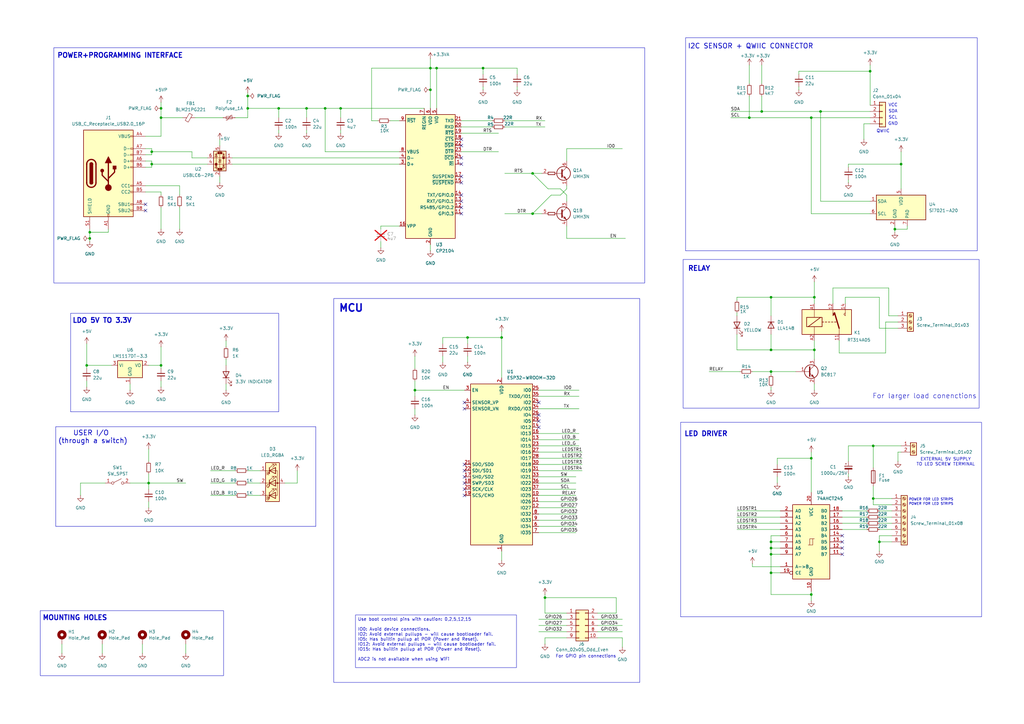
<source format=kicad_sch>
(kicad_sch (version 20231120) (generator "eeschema") (generator_version "8.0")
  (paper "A3")
  (title_block (title "ESP IOT board") (date "2025-06-20") (rev "1.0"))
  (lib_symbols
    (symbol "74xx:74HC245" (pin_names (offset 1.016))
      (property "Reference" "U" (at -7.62 16.51 0))
      (property "Value" "74HC245" (at -7.62 -16.51 0))
      (symbol "74HC245_1_0"
        (pin input line (at -12.7 -10.16 0) (length 5.08) (name "A->B") (number "1"))
        (pin power_in line (at 0 -20.32 90) (length 5.08) (name "GND") (number "10"))
        (pin tri_state line (at 12.7 -5.08 180) (length 5.08) (name "B7") (number "11"))
        (pin tri_state line (at 12.7 -2.54 180) (length 5.08) (name "B6") (number "12"))
        (pin tri_state line (at 12.7 0 180) (length 5.08) (name "B5") (number "13"))
        (pin tri_state line (at 12.7 2.54 180) (length 5.08) (name "B4") (number "14"))
        (pin tri_state line (at 12.7 5.08 180) (length 5.08) (name "B3") (number "15"))
        (pin tri_state line (at 12.7 7.62 180) (length 5.08) (name "B2") (number "16"))
        (pin tri_state line (at 12.7 10.16 180) (length 5.08) (name "B1") (number "17"))
        (pin tri_state line (at 12.7 12.7 180) (length 5.08) (name "B0") (number "18"))
        (pin input inverted (at -12.7 -12.7 0) (length 5.08) (name "CE") (number "19"))
        (pin tri_state line (at -12.7 12.7 0) (length 5.08) (name "A0") (number "2"))
        (pin power_in line (at 0 20.32 270) (length 5.08) (name "VCC") (number "20"))
        (pin tri_state line (at -12.7 10.16 0) (length 5.08) (name "A1") (number "3"))
        (pin tri_state line (at -12.7 7.62 0) (length 5.08) (name "A2") (number "4"))
        (pin tri_state line (at -12.7 5.08 0) (length 5.08) (name "A3") (number "5"))
        (pin tri_state line (at -12.7 2.54 0) (length 5.08) (name "A4") (number "6"))
        (pin tri_state line (at -12.7 0 0) (length 5.08) (name "A5") (number "7"))
        (pin tri_state line (at -12.7 -2.54 0) (length 5.08) (name "A6") (number "8"))
        (pin tri_state line (at -12.7 -5.08 0) (length 5.08) (name "A7") (number "9"))
      )
    )
    (symbol "Connector:Screw_Terminal_01x02" (pin_names (offset 1.016) hide)
      (property "Reference" "J" (at 0 2.54 0))
      (property "Value" "Screw_Terminal_01x02" (at 0 -5.08 0))
      (symbol "Screw_Terminal_01x02_1_1"
        (pin passive line (at -5.08 0 0) (length 3.81) (name "Pin_1") (number "1"))
        (pin passive line (at -5.08 -2.54 0) (length 3.81) (name "Pin_2") (number "2"))
      )
    )
    (symbol "Connector:Screw_Terminal_01x03" (pin_names (offset 1.016) hide)
      (property "Reference" "J" (at 0 5.08 0))
      (property "Value" "Screw_Terminal_01x03" (at 0 -5.08 0))
      (symbol "Screw_Terminal_01x03_1_1"
        (pin passive line (at -5.08 2.54 0) (length 3.81) (name "Pin_1") (number "1"))
        (pin passive line (at -5.08 0 0) (length 3.81) (name "Pin_2") (number "2"))
        (pin passive line (at -5.08 -2.54 0) (length 3.81) (name "Pin_3") (number "3"))
      )
    )
    (symbol "Connector:Screw_Terminal_01x08" (pin_names (offset 1.016) hide)
      (property "Reference" "J" (at 0 10.16 0))
      (property "Value" "Screw_Terminal_01x08" (at 0 -12.7 0))
      (symbol "Screw_Terminal_01x08_1_1"
        (pin passive line (at -5.08 7.62 0) (length 3.81) (name "Pin_1") (number "1"))
        (pin passive line (at -5.08 5.08 0) (length 3.81) (name "Pin_2") (number "2"))
        (pin passive line (at -5.08 2.54 0) (length 3.81) (name "Pin_3") (number "3"))
        (pin passive line (at -5.08 0 0) (length 3.81) (name "Pin_4") (number "4"))
        (pin passive line (at -5.08 -2.54 0) (length 3.81) (name "Pin_5") (number "5"))
        (pin passive line (at -5.08 -5.08 0) (length 3.81) (name "Pin_6") (number "6"))
        (pin passive line (at -5.08 -7.62 0) (length 3.81) (name "Pin_7") (number "7"))
        (pin passive line (at -5.08 -10.16 0) (length 3.81) (name "Pin_8") (number "8"))
      )
    )
    (symbol "Connector:USB_C_Receptacle_USB2.0_16P" (pin_names (offset 1.016))
      (property "Reference" "J1" (at 0 22.86 0))
      (property "Value" "USB_C_Receptacle_USB2.0_16P" (at 0 20.32 0))
      (symbol "USB_C_Receptacle_USB2.0_16P_1_1"
        (pin passive line (at 0 -22.86 90) (length 5.08) (name "GND") (number "A1"))
        (pin passive line (at 0 -22.86 90) (length 5.08) hide (name "GND") (number "A12"))
        (pin passive line (at 15.24 15.24 180) (length 5.08) (name "VBUS") (number "A4"))
        (pin bidirectional line (at 15.24 -5.08 180) (length 5.08) (name "CC1") (number "A5"))
        (pin bidirectional line (at 15.24 5.08 180) (length 5.08) (name "D+") (number "A6"))
        (pin bidirectional line (at 15.24 10.16 180) (length 5.08) (name "D-") (number "A7"))
        (pin bidirectional line (at 15.24 -12.7 180) (length 5.08) (name "SBU1") (number "A8"))
        (pin passive line (at 15.24 15.24 180) (length 5.08) hide (name "VBUS") (number "A9"))
        (pin passive line (at 0 -22.86 90) (length 5.08) hide (name "GND") (number "B1"))
        (pin passive line (at 0 -22.86 90) (length 5.08) hide (name "GND") (number "B12"))
        (pin passive line (at 15.24 15.24 180) (length 5.08) hide (name "VBUS") (number "B4"))
        (pin bidirectional line (at 15.24 -7.62 180) (length 5.08) (name "CC2") (number "B5"))
        (pin bidirectional line (at 15.24 2.54 180) (length 5.08) (name "D+") (number "B6"))
        (pin bidirectional line (at 15.24 7.62 180) (length 5.08) (name "D-") (number "B7"))
        (pin bidirectional line (at 15.24 -15.24 180) (length 5.08) (name "SBU2") (number "B8"))
        (pin passive line (at 15.24 15.24 180) (length 5.08) hide (name "VBUS") (number "B9"))
        (pin passive line (at -7.62 -22.86 90) (length 5.08) (name "SHIELD") (number "S1"))
      )
    )
    (symbol "Connector_Generic:Conn_01x04" (pin_names (offset 1.016) hide)
      (property "Reference" "J" (at 0 5.08 0))
      (property "Value" "Conn_01x04" (at 0 -7.62 0))
      (symbol "Conn_01x04_1_1"
        (pin passive line (at -5.08 2.54 0) (length 3.81) (name "Pin_1") (number "1"))
        (pin passive line (at -5.08 0 0) (length 3.81) (name "Pin_2") (number "2"))
        (pin passive line (at -5.08 -2.54 0) (length 3.81) (name "Pin_3") (number "3"))
        (pin passive line (at -5.08 -5.08 0) (length 3.81) (name "Pin_4") (number "4"))
      )
    )
    (symbol "Connector_Generic:Conn_02x05_Odd_Even" (pin_names (offset 1.016) hide)
      (property "Reference" "J" (at 1.27 7.62 0))
      (property "Value" "Conn_02x05_Odd_Even" (at 1.27 -7.62 0))
      (symbol "Conn_02x05_Odd_Even_1_1"
        (pin passive line (at -5.08 5.08 0) (length 3.81) (name "Pin_1") (number "1"))
        (pin passive line (at 7.62 -5.08 180) (length 3.81) (name "Pin_10") (number "10"))
        (pin passive line (at 7.62 5.08 180) (length 3.81) (name "Pin_2") (number "2"))
        (pin passive line (at -5.08 2.54 0) (length 3.81) (name "Pin_3") (number "3"))
        (pin passive line (at 7.62 2.54 180) (length 3.81) (name "Pin_4") (number "4"))
        (pin passive line (at -5.08 0 0) (length 3.81) (name "Pin_5") (number "5"))
        (pin passive line (at 7.62 0 180) (length 3.81) (name "Pin_6") (number "6"))
        (pin passive line (at -5.08 -2.54 0) (length 3.81) (name "Pin_7") (number "7"))
        (pin passive line (at 7.62 -2.54 180) (length 3.81) (name "Pin_8") (number "8"))
        (pin passive line (at -5.08 -5.08 0) (length 3.81) (name "Pin_9") (number "9"))
      )
    )
    (symbol "Device:C_Polarized_Small" (pin_numbers hide) (pin_names (offset 0.254) hide)
      (property "Reference" "C" (at 0.254 1.778 0))
      (property "Value" "C_Polarized_Small" (at 0.254 -2.032 0))
      (symbol "C_Polarized_Small_1_1"
        (pin passive line (at 0 2.54 270) (length 1.8542) (name "~") (number "1"))
        (pin passive line (at 0 -2.54 90) (length 1.8542) (name "~") (number "2"))
      )
    )
    (symbol "Device:C_Small" (pin_numbers hide) (pin_names (offset 0.254) hide)
      (property "Reference" "C" (at 0.254 1.778 0))
      (property "Value" "C_Small" (at 0.254 -2.032 0))
      (symbol "C_Small_1_1"
        (pin passive line (at 0 2.54 270) (length 2.032) (name "~") (number "1"))
        (pin passive line (at 0 -2.54 90) (length 2.032) (name "~") (number "2"))
      )
    )
    (symbol "Device:FerriteBead_Small" (pin_numbers hide) (pin_names (offset 0))
      (property "Reference" "FB" (at 1.905 1.27 0))
      (property "Value" "FerriteBead_Small" (at 1.905 -1.27 0))
      (symbol "FerriteBead_Small_1_1"
        (pin passive line (at 0 2.54 270) (length 1.27) (name "~") (number "1"))
        (pin passive line (at 0 -2.54 90) (length 1.27) (name "~") (number "2"))
      )
    )
    (symbol "Device:Fuse" (pin_numbers hide) (pin_names (offset 0))
      (property "Reference" "F" (at 2.032 0 90))
      (property "Value" "Fuse" (at -1.905 0 90))
      (symbol "Fuse_1_1"
        (pin passive line (at 0 3.81 270) (length 1.27) (name "~") (number "1"))
        (pin passive line (at 0 -3.81 90) (length 1.27) (name "~") (number "2"))
      )
    )
    (symbol "Device:LED" (pin_numbers hide) (pin_names (offset 1.016) hide)
      (property "Reference" "D" (at 0 2.54 0))
      (property "Value" "LED" (at 0 -2.54 0))
      (symbol "LED_1_1"
        (pin passive line (at -3.81 0 0) (length 2.54) (name "K") (number "1"))
        (pin passive line (at 3.81 0 180) (length 2.54) (name "A") (number "2"))
      )
    )
    (symbol "Device:LED_RGBA" (pin_names (offset 0) hide)
      (property "Reference" "D" (at 0 9.398 0))
      (property "Value" "LED_RGBA" (at 0 -8.89 0))
      (symbol "LED_RGBA_0_0"
        (text "B" (at -1.905 -6.35 0) (effects (font (size 1.27 1.27))))
        (text "G" (at -1.905 -1.27 0) (effects (font (size 1.27 1.27))))
        (text "R" (at -1.905 3.81 0) (effects (font (size 1.27 1.27))))
      )
      (symbol "LED_RGBA_1_1"
        (pin passive line (at -5.08 5.08 0) (length 2.54) (name "RK") (number "1"))
        (pin passive line (at -5.08 0 0) (length 2.54) (name "GK") (number "2"))
        (pin passive line (at -5.08 -5.08 0) (length 2.54) (name "BK") (number "3"))
        (pin passive line (at 5.08 0 180) (length 2.54) (name "A") (number "4"))
      )
    )
    (symbol "Device:Polyfuse_Small" (pin_numbers hide) (pin_names (offset 0))
      (property "Reference" "F" (at -1.905 0 90))
      (property "Value" "Polyfuse_Small" (at 1.905 0 90))
      (symbol "Polyfuse_Small_1_1"
        (pin passive line (at 0 2.54 270) (length 0.635) (name "~") (number "1"))
        (pin passive line (at 0 -2.54 90) (length 0.635) (name "~") (number "2"))
      )
    )
    (symbol "Device:R_Small" (pin_numbers hide) (pin_names (offset 0.254) hide)
      (property "Reference" "R" (at 0.762 0.508 0))
      (property "Value" "R_Small" (at 0.762 -1.016 0))
      (symbol "R_Small_1_1"
        (pin passive line (at 0 2.54 270) (length 0.762) (name "~") (number "1"))
        (pin passive line (at 0 -2.54 90) (length 0.762) (name "~") (number "2"))
      )
    )
    (symbol "Diode:LL4148" (pin_numbers hide) (pin_names hide)
      (property "Reference" "D" (at 0 2.54 0))
      (property "Value" "LL4148" (at 0 -2.54 0))
      (symbol "LL4148_1_1"
        (pin passive line (at -3.81 0 0) (length 2.54) (name "K") (number "1"))
        (pin passive line (at 3.81 0 180) (length 2.54) (name "A") (number "2"))
      )
    )
    (symbol "Interface_USB:CP2104"
      (property "Reference" "U" (at -5.08 28.575 0))
      (property "Value" "CP2104" (at -5.08 26.67 0))
      (symbol "CP2104_1_1"
        (pin input line (at 12.7 5.08 180) (length 2.54) (name "~{RI}") (number "1"))
        (pin no_connect line (at 10.16 -20.32 180) (length 2.54) hide (name "NC") (number "10"))
        (pin bidirectional line (at 12.7 -15.24 180) (length 2.54) (name "GPIO.3") (number "11"))
        (pin bidirectional line (at 12.7 -12.7 180) (length 2.54) (name "RS485/GPIO.2") (number "12"))
        (pin bidirectional line (at 12.7 -10.16 180) (length 2.54) (name "RXT/GPIO.1") (number "13"))
        (pin bidirectional line (at 12.7 -7.62 180) (length 2.54) (name "TXT/GPIO.0") (number "14"))
        (pin output line (at 12.7 -2.54 180) (length 2.54) (name "~{SUSPEND}") (number "15"))
        (pin passive line (at -12.7 -20.32 0) (length 2.54) (name "VPP") (number "16"))
        (pin output line (at 12.7 0 180) (length 2.54) (name "SUSPEND") (number "17"))
        (pin input line (at 12.7 15.24 180) (length 2.54) (name "~{CTS}") (number "18"))
        (pin output line (at 12.7 17.78 180) (length 2.54) (name "~{RTS}") (number "19"))
        (pin power_in line (at 0 -27.94 90) (length 2.54) (name "GND") (number "2"))
        (pin input line (at 12.7 20.32 180) (length 2.54) (name "RXD") (number "20"))
        (pin output line (at 12.7 22.86 180) (length 2.54) (name "TXD") (number "21"))
        (pin input line (at 12.7 12.7 180) (length 2.54) (name "~{DSR}") (number "22"))
        (pin output line (at 12.7 10.16 180) (length 2.54) (name "~{DTR}") (number "23"))
        (pin input line (at 12.7 7.62 180) (length 2.54) (name "~{DCD}") (number "24"))
        (pin passive line (at 0 -27.94 90) (length 2.54) hide (name "GND") (number "25"))
        (pin bidirectional line (at -12.7 5.08 0) (length 2.54) (name "D+") (number "3"))
        (pin bidirectional line (at -12.7 7.62 0) (length 2.54) (name "D-") (number "4"))
        (pin power_in line (at 2.54 27.94 270) (length 2.54) (name "VIO") (number "5"))
        (pin power_in line (at 0 27.94 270) (length 2.54) (name "VDD") (number "6"))
        (pin power_in line (at -2.54 27.94 270) (length 2.54) (name "REGIN") (number "7"))
        (pin input line (at -12.7 10.16 0) (length 2.54) (name "VBUS") (number "8"))
        (pin bidirectional line (at -12.7 22.86 0) (length 2.54) (name "~{RST}") (number "9"))
      )
    )
    (symbol "Mechanical:MountingHole_Pad" (pin_numbers hide) (pin_names (offset 1.016) hide) (exclude_from_sim yes) (in_bom no)
      (property "Reference" "H" (at 0 6.35 0))
      (property "Value" "MountingHole_Pad" (at 0 4.445 0))
      (symbol "MountingHole_Pad_1_1"
        (pin input line (at 0 -2.54 90) (length 2.54) (name "1") (number "1"))
      )
    )
    (symbol "Power_Protection:USBLC6-2P6" (pin_names hide)
      (property "Reference" "U" (at 0.635 5.715 0))
      (property "Value" "USBLC6-2P6" (at 0.635 3.81 0))
      (symbol "USBLC6-2P6_1_1"
        (pin passive line (at -5.08 0 0) (length 2.54) (name "I/O1") (number "1"))
        (pin passive line (at 0 -7.62 90) (length 2.54) (name "GND") (number "2"))
        (pin passive line (at -5.08 -2.54 0) (length 2.54) (name "I/O2") (number "3"))
        (pin passive line (at 5.08 -2.54 180) (length 2.54) (name "I/O2") (number "4"))
        (pin passive line (at 0 5.08 270) (length 2.54) (name "VBUS") (number "5"))
        (pin passive line (at 5.08 0 180) (length 2.54) (name "I/O1") (number "6"))
      )
    )
    (symbol "RF_Module:ESP32-WROOM-32D"
      (property "Reference" "U" (at -12.7 34.29 0))
      (property "Value" "ESP32-WROOM-32D" (at 1.27 34.29 0))
      (symbol "ESP32-WROOM-32D_1_1"
        (pin power_in line (at 0 -35.56 90) (length 2.54) (name "GND") (number "1"))
        (pin bidirectional line (at 15.24 -12.7 180) (length 2.54) (name "IO25") (number "10"))
        (pin bidirectional line (at 15.24 -15.24 180) (length 2.54) (name "IO26") (number "11"))
        (pin bidirectional line (at 15.24 -17.78 180) (length 2.54) (name "IO27") (number "12"))
        (pin bidirectional line (at 15.24 10.16 180) (length 2.54) (name "IO14") (number "13"))
        (pin bidirectional line (at 15.24 15.24 180) (length 2.54) (name "IO12") (number "14"))
        (pin passive line (at 0 -35.56 90) (length 2.54) hide (name "GND") (number "15"))
        (pin bidirectional line (at 15.24 12.7 180) (length 2.54) (name "IO13") (number "16"))
        (pin bidirectional line (at -15.24 -5.08 0) (length 2.54) (name "SHD/SD2") (number "17"))
        (pin bidirectional line (at -15.24 -7.62 0) (length 2.54) (name "SWP/SD3") (number "18"))
        (pin bidirectional line (at -15.24 -12.7 0) (length 2.54) (name "SCS/CMD") (number "19"))
        (pin power_in line (at 0 35.56 270) (length 2.54) (name "VDD") (number "2"))
        (pin bidirectional line (at -15.24 -10.16 0) (length 2.54) (name "SCK/CLK") (number "20"))
        (pin bidirectional line (at -15.24 0 0) (length 2.54) (name "SDO/SD0") (number "21"))
        (pin bidirectional line (at -15.24 -2.54 0) (length 2.54) (name "SDI/SD1") (number "22"))
        (pin bidirectional line (at 15.24 7.62 180) (length 2.54) (name "IO15") (number "23"))
        (pin bidirectional line (at 15.24 25.4 180) (length 2.54) (name "IO2") (number "24"))
        (pin bidirectional line (at 15.24 30.48 180) (length 2.54) (name "IO0") (number "25"))
        (pin bidirectional line (at 15.24 20.32 180) (length 2.54) (name "IO4") (number "26"))
        (pin bidirectional line (at 15.24 5.08 180) (length 2.54) (name "IO16") (number "27"))
        (pin bidirectional line (at 15.24 2.54 180) (length 2.54) (name "IO17") (number "28"))
        (pin bidirectional line (at 15.24 17.78 180) (length 2.54) (name "IO5") (number "29"))
        (pin input line (at -15.24 30.48 0) (length 2.54) (name "EN") (number "3"))
        (pin bidirectional line (at 15.24 0 180) (length 2.54) (name "IO18") (number "30"))
        (pin bidirectional line (at 15.24 -2.54 180) (length 2.54) (name "IO19") (number "31"))
        (pin no_connect line (at -12.7 -27.94 0) (length 2.54) hide (name "NC") (number "32"))
        (pin bidirectional line (at 15.24 -5.08 180) (length 2.54) (name "IO21") (number "33"))
        (pin bidirectional line (at 15.24 22.86 180) (length 2.54) (name "RXD0/IO3") (number "34"))
        (pin bidirectional line (at 15.24 27.94 180) (length 2.54) (name "TXD0/IO1") (number "35"))
        (pin bidirectional line (at 15.24 -7.62 180) (length 2.54) (name "IO22") (number "36"))
        (pin bidirectional line (at 15.24 -10.16 180) (length 2.54) (name "IO23") (number "37"))
        (pin passive line (at 0 -35.56 90) (length 2.54) hide (name "GND") (number "38"))
        (pin passive line (at 0 -35.56 90) (length 2.54) hide (name "GND") (number "39"))
        (pin input line (at -15.24 25.4 0) (length 2.54) (name "SENSOR_VP") (number "4"))
        (pin input line (at -15.24 22.86 0) (length 2.54) (name "SENSOR_VN") (number "5"))
        (pin input line (at 15.24 -25.4 180) (length 2.54) (name "IO34") (number "6"))
        (pin input line (at 15.24 -27.94 180) (length 2.54) (name "IO35") (number "7"))
        (pin bidirectional line (at 15.24 -20.32 180) (length 2.54) (name "IO32") (number "8"))
        (pin bidirectional line (at 15.24 -22.86 180) (length 2.54) (name "IO33") (number "9"))
      )
    )
    (symbol "Regulator_Linear:LM1117DT-3.3"
      (property "Reference" "U" (at -3.81 3.175 0))
      (property "Value" "LM1117DT-3.3" (at 0 3.175 0))
      (symbol "LM1117DT-3.3_1_1"
        (pin power_in line (at 0 -7.62 90) (length 2.54) (name "GND") (number "1"))
        (pin power_out line (at 7.62 0 180) (length 2.54) (name "VO") (number "2"))
        (pin power_in line (at -7.62 0 0) (length 2.54) (name "VI") (number "3"))
      )
    )
    (symbol "Relay:RT314A05"
      (property "Reference" "K" (at 11.43 3.81 0))
      (property "Value" "RT314A05" (at 11.43 1.27 0))
      (symbol "RT314A05_1_1"
        (pin passive line (at 5.08 -7.62 90) (length 2.54) (name "~") (number "11"))
        (pin passive line (at 2.54 7.62 270) (length 2.54) (name "~") (number "12"))
        (pin passive line (at 7.62 7.62 270) (length 2.54) (name "~") (number "14"))
        (pin passive line (at -5.08 7.62 270) (length 2.54) (name "~") (number "A1"))
        (pin passive line (at -5.08 -7.62 90) (length 2.54) (name "~") (number "A2"))
      )
    )
    (symbol "Sensor_Humidity:Si7021-A20"
      (property "Reference" "U" (at -5.08 7.62 0))
      (property "Value" "Si7021-A20" (at -10.16 10.16 0))
      (symbol "Si7021-A20_1_1"
        (pin bidirectional line (at -12.7 2.54 0) (length 2.54) (name "SDA") (number "1"))
        (pin power_in line (at -2.54 -7.62 90) (length 2.54) (name "GND") (number "2"))
        (pin no_connect line (at 10.16 2.54 180) (length 2.54) hide (name "NC") (number "3"))
        (pin no_connect line (at 10.16 -2.54 180) (length 2.54) hide (name "NC") (number "4"))
        (pin power_in line (at 0 7.62 270) (length 2.54) (name "VDD") (number "5"))
        (pin input line (at -12.7 -2.54 0) (length 2.54) (name "SCL") (number "6"))
        (pin passive line (at 2.54 -7.62 90) (length 2.54) (name "PAD") (number "7"))
      )
    )
    (symbol "Switch:SW_SPST" (pin_names (offset 0) hide)
      (property "Reference" "SW" (at 0 3.175 0))
      (property "Value" "SW_SPST" (at 0 -2.54 0))
      (symbol "SW_SPST_1_1"
        (pin passive line (at -5.08 0 0) (length 2.54) (name "A") (number "1"))
        (pin passive line (at 5.08 0 180) (length 2.54) (name "B") (number "2"))
      )
    )
    (symbol "Transistor_BJT:BC817" (pin_names (offset 0) hide)
      (property "Reference" "Q" (at 5.08 1.905 0))
      (property "Value" "BC817" (at 5.08 0 0))
      (symbol "BC817_1_1"
        (pin input line (at -5.08 0 0) (length 5.715) (name "B") (number "1"))
        (pin passive line (at 2.54 -5.08 90) (length 2.54) (name "E") (number "2"))
        (pin passive line (at 2.54 5.08 270) (length 2.54) (name "C") (number "3"))
      )
    )
    (symbol "Transistor_BJT:UMH3N" (pin_names hide)
      (property "Reference" "Q" (at 7.62 1.27 0))
      (property "Value" "UMH3N" (at 7.62 -1.27 0))
      (symbol "UMH3N_1_1"
        (pin passive line (at 5.08 -5.08 90) (length 2.54) (name "E1") (number "1"))
        (pin input line (at -5.08 0 0) (length 2.54) (name "B1") (number "2"))
        (pin passive line (at 5.08 5.08 270) (length 2.54) (name "C1") (number "6"))
      )
      (symbol "UMH3N_2_1"
        (pin passive line (at 5.08 5.08 270) (length 2.54) (name "C2") (number "3"))
        (pin passive line (at 5.08 -5.08 90) (length 2.54) (name "E2") (number "4"))
        (pin input line (at -5.08 0 0) (length 2.54) (name "B2") (number "5"))
      )
    )
    (symbol "power:+3.3V" (power) (pin_numbers hide) (pin_names (offset 0) hide)
      (property "Value" "+3.3V" (at 0 3.556 0))
      (symbol "+3.3V_1_1"
        (pin power_in line (at 0 0 90) (length 0) (name "~") (number "1"))
      )
    )
    (symbol "power:+3.3VA" (power) (pin_numbers hide) (pin_names (offset 0) hide)
      (property "Value" "+3.3VA" (at 0 3.556 0))
      (symbol "+3.3VA_1_1"
        (pin power_in line (at 0 0 90) (length 0) (name "~") (number "1"))
      )
    )
    (symbol "power:+5V" (power) (pin_numbers hide) (pin_names (offset 0) hide)
      (property "Value" "+5V" (at 0 3.556 0))
      (symbol "+5V_1_1"
        (pin power_in line (at 0 0 90) (length 0) (name "~") (number "1"))
      )
    )
    (symbol "power:+5VP" (power) (pin_numbers hide) (pin_names (offset 0) hide)
      (property "Value" "+5VP" (at 0 3.556 0))
      (symbol "+5VP_1_1"
        (pin power_in line (at 0 0 90) (length 0) (name "~") (number "1"))
      )
    )
    (symbol "power:GND" (power) (pin_numbers hide) (pin_names (offset 0) hide)
      (property "Value" "GND" (at 0 -3.81 0))
      (symbol "GND_1_1"
        (pin power_in line (at 0 0 270) (length 0) (name "~") (number "1"))
      )
    )
    (symbol "power:PWR_FLAG" (power) (pin_numbers hide) (pin_names (offset 0) hide)
      (property "Value" "PWR_FLAG" (at 0 3.81 0))
      (symbol "PWR_FLAG_0_0"
        (pin power_out line (at 0 0 90) (length 0) (name "~") (number "1"))
      )
    )
  )
  (junction (at 367.03 93.98))
  (junction (at 101.6 39.37))
  (junction (at 66.04 48.26))
  (junction (at 332.74 243.84))
  (junction (at 36.83 97.79))
  (junction (at 358.14 204.47))
  (junction (at 307.34 48.26))
  (junction (at 36.83 95.25))
  (junction (at 316.23 143.51))
  (junction (at 176.53 36.83))
  (junction (at 316.23 152.4))
  (junction (at 223.52 245.11))
  (junction (at 218.44 71.12))
  (junction (at 334.01 121.92))
  (junction (at 316.23 234.95))
  (junction (at 198.12 27.94))
  (junction (at 133.35 44.45))
  (junction (at 334.01 143.51))
  (junction (at 62.23 62.23))
  (junction (at 191.77 138.43))
  (junction (at 205.74 138.43))
  (junction (at 360.68 222.25))
  (junction (at 66.04 44.45))
  (junction (at 218.44 87.63))
  (junction (at 114.3 44.45))
  (junction (at 66.04 149.86))
  (junction (at 101.6 44.45))
  (junction (at 332.74 48.26))
  (junction (at 316.23 121.92))
  (junction (at 176.53 27.94))
  (junction (at 358.14 182.88))
  (junction (at 356.87 29.21))
  (junction (at 62.23 67.31))
  (junction (at 336.55 45.72))
  (junction (at 312.42 45.72))
  (junction (at 369.57 67.31))
  (junction (at 35.56 149.86))
  (junction (at 316.23 222.25))
  (junction (at 316.23 227.33))
  (junction (at 125.73 44.45))
  (junction (at 332.74 187.96))
  (junction (at 316.23 224.79))
  (junction (at 170.18 160.02))
  (junction (at 60.96 198.12))
  (junction (at 179.07 27.94))
  (junction (at 139.7 44.45))
  (no_connect (at 59.69 86.36))
  (no_connect (at 220.98 175.26))
  (no_connect (at 189.23 72.39))
  (no_connect (at 189.23 64.77))
  (no_connect (at 189.23 67.31))
  (no_connect (at 190.5 200.66))
  (no_connect (at 220.98 172.72))
  (no_connect (at 190.5 195.58))
  (no_connect (at 189.23 74.93))
  (no_connect (at 189.23 85.09))
  (no_connect (at 190.5 203.2))
  (no_connect (at 220.98 170.18))
  (no_connect (at 190.5 190.5))
  (no_connect (at 345.44 219.71))
  (no_connect (at 345.44 222.25))
  (no_connect (at 190.5 167.64))
  (no_connect (at 190.5 198.12))
  (no_connect (at 345.44 227.33))
  (no_connect (at 189.23 82.55))
  (no_connect (at 220.98 165.1))
  (no_connect (at 59.69 83.82))
  (no_connect (at 190.5 193.04))
  (no_connect (at 189.23 87.63))
  (no_connect (at 345.44 224.79))
  (no_connect (at 190.5 165.1))
  (no_connect (at 189.23 80.01))
  (no_connect (at 189.23 57.15))
  (no_connect (at 189.23 59.69))
  (wire (pts (xy 181.61 146.05) (xy 181.61 148.59)))
  (wire (pts (xy 101.6 203.2) (xy 106.68 203.2)))
  (wire (pts (xy 35.56 151.13) (xy 35.56 149.86)))
  (wire (pts (xy 60.96 184.15) (xy 60.96 189.23)))
  (wire (pts (xy 62.23 68.58) (xy 59.69 68.58)))
  (wire (pts (xy 90.17 72.39) (xy 90.17 74.93)))
  (wire (pts (xy 332.74 87.63) (xy 332.74 48.26)))
  (wire (pts (xy 302.26 143.51) (xy 316.23 143.51)))
  (wire (pts (xy 220.98 160.02) (xy 237.49 160.02)))
  (wire (pts (xy 220.98 203.2) (xy 236.22 203.2)))
  (wire (pts (xy 356.87 87.63) (xy 332.74 87.63)))
  (wire (pts (xy 66.04 48.26) (xy 66.04 55.88)))
  (wire (pts (xy 139.7 44.45) (xy 173.99 44.45)))
  (wire (pts (xy 336.55 45.72) (xy 356.87 45.72)))
  (wire (pts (xy 316.23 227.33) (xy 316.23 234.95)))
  (wire (pts (xy 156.21 99.06) (xy 156.21 101.6)))
  (wire (pts (xy 327.66 29.21) (xy 356.87 29.21)))
  (wire (pts (xy 62.23 67.31) (xy 62.23 68.58)))
  (wire (pts (xy 302.26 217.17) (xy 320.04 217.17)))
  (wire (pts (xy 160.02 49.53) (xy 163.83 49.53)))
  (wire (pts (xy 121.92 193.04) (xy 121.92 198.12)))
  (wire (pts (xy 125.73 53.34) (xy 125.73 54.61)))
  (wire (pts (xy 316.23 224.79) (xy 320.04 224.79)))
  (wire (pts (xy 220.98 162.56) (xy 237.49 162.56)))
  (wire (pts (xy 33.02 203.2) (xy 33.02 198.12)))
  (wire (pts (xy 212.09 36.83) (xy 212.09 35.56)))
  (wire (pts (xy 220.98 177.8) (xy 237.49 177.8)))
  (wire (pts (xy 316.23 143.51) (xy 334.01 143.51)))
  (wire (pts (xy 101.6 38.1) (xy 101.6 39.37)))
  (wire (pts (xy 307.34 48.26) (xy 332.74 48.26)))
  (wire (pts (xy 347.98 194.31) (xy 347.98 195.58)))
  (wire (pts (xy 365.76 207.01) (xy 358.14 207.01)))
  (wire (pts (xy 302.26 137.16) (xy 302.26 143.51)))
  (wire (pts (xy 101.6 44.45) (xy 101.6 48.26)))
  (wire (pts (xy 369.57 182.88) (xy 358.14 182.88)))
  (wire (pts (xy 170.18 167.64) (xy 170.18 170.18)))
  (wire (pts (xy 367.03 93.98) (xy 367.03 95.25)))
  (wire (pts (xy 372.11 92.71) (xy 372.11 93.98)))
  (wire (pts (xy 226.06 80.01) (xy 218.44 87.63)))
  (wire (pts (xy 316.23 219.71) (xy 316.23 222.25)))
  (wire (pts (xy 332.74 243.84) (xy 332.74 246.38)))
  (wire (pts (xy 347.98 67.31) (xy 369.57 67.31)))
  (wire (pts (xy 232.41 77.47) (xy 229.87 80.01)))
  (wire (pts (xy 347.98 73.66) (xy 347.98 74.93)))
  (wire (pts (xy 60.96 198.12) (xy 60.96 200.66)))
  (wire (pts (xy 360.68 226.06) (xy 360.68 222.25)))
  (wire (pts (xy 59.69 78.74) (xy 66.04 78.74)))
  (wire (pts (xy 358.14 199.39) (xy 358.14 204.47)))
  (wire (pts (xy 341.63 124.46) (xy 341.63 118.11)))
  (wire (pts (xy 212.09 30.48) (xy 212.09 27.94)))
  (wire (pts (xy 312.42 39.37) (xy 312.42 45.72)))
  (wire (pts (xy 73.66 85.09) (xy 73.66 93.98)))
  (wire (pts (xy 345.44 209.55) (xy 355.6 209.55)))
  (wire (pts (xy 176.53 100.33) (xy 176.53 102.87)))
  (wire (pts (xy 220.98 210.82) (xy 236.22 210.82)))
  (wire (pts (xy 360.68 222.25) (xy 365.76 222.25)))
  (wire (pts (xy 170.18 156.21) (xy 170.18 160.02)))
  (wire (pts (xy 95.25 67.31) (xy 163.83 67.31)))
  (wire (pts (xy 101.6 193.04) (xy 106.68 193.04)))
  (wire (pts (xy 125.73 44.45) (xy 125.73 48.26)))
  (wire (pts (xy 36.83 93.98) (xy 36.83 95.25)))
  (wire (pts (xy 60.96 194.31) (xy 60.96 198.12)))
  (wire (pts (xy 290.83 152.4) (xy 303.53 152.4)))
  (wire (pts (xy 334.01 157.48) (xy 334.01 160.02)))
  (wire (pts (xy 163.83 62.23) (xy 133.35 62.23)))
  (wire (pts (xy 252.73 245.11) (xy 223.52 245.11)))
  (wire (pts (xy 364.49 129.54) (xy 368.3 129.54)))
  (wire (pts (xy 360.68 217.17) (xy 365.76 217.17)))
  (wire (pts (xy 238.76 190.5) (xy 220.98 190.5)))
  (wire (pts (xy 360.68 222.25) (xy 360.68 219.71)))
  (wire (pts (xy 133.35 62.23) (xy 133.35 44.45)))
  (wire (pts (xy 302.26 209.55) (xy 320.04 209.55)))
  (wire (pts (xy 360.68 121.92) (xy 360.68 134.62)))
  (wire (pts (xy 229.87 80.01) (xy 226.06 80.01)))
  (wire (pts (xy 218.44 71.12) (xy 224.79 77.47)))
  (wire (pts (xy 36.83 99.06) (xy 36.83 97.79)))
  (wire (pts (xy 346.71 124.46) (xy 346.71 121.92)))
  (wire (pts (xy 368.3 189.23) (xy 368.3 185.42)))
  (wire (pts (xy 238.76 185.42) (xy 220.98 185.42)))
  (wire (pts (xy 223.52 243.84) (xy 223.52 245.11)))
  (wire (pts (xy 369.57 62.23) (xy 369.57 67.31)))
  (wire (pts (xy 53.34 157.48) (xy 53.34 160.02)))
  (wire (pts (xy 189.23 52.07) (xy 201.93 52.07)))
  (wire (pts (xy 176.53 24.13) (xy 176.53 27.94)))
  (wire (pts (xy 25.4 264.16) (xy 25.4 267.97)))
  (wire (pts (xy 176.53 36.83) (xy 176.53 44.45)))
  (wire (pts (xy 334.01 121.92) (xy 334.01 124.46)))
  (wire (pts (xy 358.14 182.88) (xy 358.14 191.77)))
  (wire (pts (xy 220.98 182.88) (xy 237.49 182.88)))
  (wire (pts (xy 224.79 77.47) (xy 229.87 77.47)))
  (wire (pts (xy 114.3 44.45) (xy 114.3 48.26)))
  (wire (pts (xy 220.98 205.74) (xy 236.22 205.74)))
  (wire (pts (xy 334.01 139.7) (xy 334.01 143.51)))
  (wire (pts (xy 189.23 54.61) (xy 204.47 54.61)))
  (wire (pts (xy 223.52 251.46) (xy 232.41 251.46)))
  (wire (pts (xy 59.69 60.96) (xy 62.23 60.96)))
  (wire (pts (xy 232.41 80.01) (xy 229.87 77.47)))
  (wire (pts (xy 66.04 156.21) (xy 66.04 158.75)))
  (wire (pts (xy 354.33 50.8) (xy 354.33 57.15)))
  (wire (pts (xy 114.3 53.34) (xy 114.3 54.61)))
  (wire (pts (xy 312.42 26.67) (xy 312.42 34.29)))
  (wire (pts (xy 347.98 182.88) (xy 358.14 182.88)))
  (wire (pts (xy 58.42 264.16) (xy 58.42 267.97)))
  (wire (pts (xy 364.49 118.11) (xy 364.49 129.54)))
  (wire (pts (xy 60.96 205.74) (xy 60.96 208.28)))
  (wire (pts (xy 139.7 53.34) (xy 139.7 54.61)))
  (wire (pts (xy 189.23 62.23) (xy 204.47 62.23)))
  (wire (pts (xy 245.11 261.62) (xy 255.27 261.62)))
  (wire (pts (xy 368.3 185.42) (xy 369.57 185.42)))
  (wire (pts (xy 92.71 139.7) (xy 92.71 142.24)))
  (wire (pts (xy 59.69 66.04) (xy 62.23 66.04)))
  (wire (pts (xy 66.04 48.26) (xy 66.04 44.45)))
  (wire (pts (xy 60.96 149.86) (xy 66.04 149.86)))
  (wire (pts (xy 302.26 121.92) (xy 316.23 121.92)))
  (wire (pts (xy 360.68 209.55) (xy 365.76 209.55)))
  (wire (pts (xy 86.36 193.04) (xy 96.52 193.04)))
  (wire (pts (xy 41.91 264.16) (xy 41.91 267.97)))
  (wire (pts (xy 245.11 259.08) (xy 255.27 259.08)))
  (wire (pts (xy 332.74 48.26) (xy 356.87 48.26)))
  (wire (pts (xy 307.34 39.37) (xy 307.34 48.26)))
  (wire (pts (xy 181.61 140.97) (xy 181.61 138.43)))
  (wire (pts (xy 101.6 198.12) (xy 106.68 198.12)))
  (wire (pts (xy 223.52 261.62) (xy 232.41 261.62)))
  (wire (pts (xy 191.77 138.43) (xy 205.74 138.43)))
  (wire (pts (xy 220.98 259.08) (xy 232.41 259.08)))
  (wire (pts (xy 327.66 30.48) (xy 327.66 29.21)))
  (wire (pts (xy 66.04 48.26) (xy 74.93 48.26)))
  (wire (pts (xy 220.98 167.64) (xy 237.49 167.64)))
  (wire (pts (xy 356.87 50.8) (xy 354.33 50.8)))
  (wire (pts (xy 245.11 251.46) (xy 252.73 251.46)))
  (wire (pts (xy 44.45 93.98) (xy 44.45 95.25)))
  (wire (pts (xy 220.98 213.36) (xy 236.22 213.36)))
  (wire (pts (xy 347.98 68.58) (xy 347.98 67.31)))
  (wire (pts (xy 152.4 49.53) (xy 154.94 49.53)))
  (wire (pts (xy 181.61 138.43) (xy 191.77 138.43)))
  (wire (pts (xy 346.71 121.92) (xy 360.68 121.92)))
  (wire (pts (xy 341.63 118.11) (xy 364.49 118.11)))
  (wire (pts (xy 334.01 143.51) (xy 334.01 147.32)))
  (wire (pts (xy 332.74 242.57) (xy 332.74 243.84)))
  (wire (pts (xy 220.98 198.12) (xy 236.22 198.12)))
  (wire (pts (xy 121.92 198.12) (xy 116.84 198.12)))
  (wire (pts (xy 345.44 214.63) (xy 355.6 214.63)))
  (wire (pts (xy 62.23 60.96) (xy 62.23 62.23)))
  (wire (pts (xy 356.87 29.21) (xy 356.87 43.18)))
  (wire (pts (xy 179.07 27.94) (xy 198.12 27.94)))
  (wire (pts (xy 95.25 64.77) (xy 163.83 64.77)))
  (wire (pts (xy 198.12 35.56) (xy 198.12 36.83)))
  (wire (pts (xy 114.3 44.45) (xy 125.73 44.45)))
  (wire (pts (xy 33.02 198.12) (xy 43.18 198.12)))
  (wire (pts (xy 363.22 132.08) (xy 368.3 132.08)))
  (wire (pts (xy 316.23 227.33) (xy 320.04 227.33)))
  (wire (pts (xy 232.41 92.71) (xy 232.41 97.79)))
  (wire (pts (xy 363.22 144.78) (xy 363.22 132.08)))
  (wire (pts (xy 318.77 187.96) (xy 332.74 187.96)))
  (wire (pts (xy 44.45 95.25) (xy 36.83 95.25)))
  (wire (pts (xy 189.23 49.53) (xy 201.93 49.53)))
  (wire (pts (xy 232.41 66.04) (xy 232.41 60.96)))
  (wire (pts (xy 76.2 264.16) (xy 76.2 267.97)))
  (wire (pts (xy 212.09 27.94) (xy 198.12 27.94)))
  (wire (pts (xy 336.55 82.55) (xy 336.55 45.72)))
  (wire (pts (xy 302.26 128.27) (xy 302.26 129.54)))
  (wire (pts (xy 62.23 67.31) (xy 85.09 67.31)))
  (wire (pts (xy 220.98 195.58) (xy 236.22 195.58)))
  (wire (pts (xy 176.53 27.94) (xy 152.4 27.94)))
  (wire (pts (xy 316.23 222.25) (xy 320.04 222.25)))
  (wire (pts (xy 207.01 87.63) (xy 218.44 87.63)))
  (wire (pts (xy 133.35 44.45) (xy 139.7 44.45)))
  (wire (pts (xy 372.11 93.98) (xy 367.03 93.98)))
  (wire (pts (xy 318.77 195.58) (xy 318.77 198.12)))
  (wire (pts (xy 316.23 137.16) (xy 316.23 143.51)))
  (wire (pts (xy 308.61 152.4) (xy 316.23 152.4)))
  (wire (pts (xy 302.26 214.63) (xy 320.04 214.63)))
  (wire (pts (xy 360.68 219.71) (xy 365.76 219.71)))
  (wire (pts (xy 356.87 82.55) (xy 336.55 82.55)))
  (wire (pts (xy 62.23 62.23) (xy 78.74 62.23)))
  (wire (pts (xy 101.6 44.45) (xy 114.3 44.45)))
  (wire (pts (xy 35.56 149.86) (xy 45.72 149.86)))
  (wire (pts (xy 179.07 27.94) (xy 179.07 44.45)))
  (wire (pts (xy 332.74 187.96) (xy 332.74 201.93)))
  (wire (pts (xy 344.17 144.78) (xy 363.22 144.78)))
  (wire (pts (xy 318.77 190.5) (xy 318.77 187.96)))
  (wire (pts (xy 80.01 48.26) (xy 91.44 48.26)))
  (wire (pts (xy 344.17 139.7) (xy 344.17 144.78)))
  (wire (pts (xy 223.52 245.11) (xy 223.52 251.46)))
  (wire (pts (xy 245.11 256.54) (xy 255.27 256.54)))
  (wire (pts (xy 345.44 217.17) (xy 355.6 217.17)))
  (wire (pts (xy 205.74 226.06) (xy 205.74 229.87)))
  (wire (pts (xy 220.98 256.54) (xy 232.41 256.54)))
  (wire (pts (xy 101.6 39.37) (xy 101.6 44.45)))
  (wire (pts (xy 66.04 44.45) (xy 66.04 41.91)))
  (wire (pts (xy 327.66 35.56) (xy 327.66 36.83)))
  (wire (pts (xy 360.68 214.63) (xy 365.76 214.63)))
  (wire (pts (xy 220.98 215.9) (xy 236.22 215.9)))
  (wire (pts (xy 316.23 129.54) (xy 316.23 121.92)))
  (wire (pts (xy 312.42 45.72) (xy 336.55 45.72)))
  (wire (pts (xy 66.04 142.24) (xy 66.04 149.86)))
  (wire (pts (xy 232.41 80.01) (xy 232.41 82.55)))
  (wire (pts (xy 59.69 76.2) (xy 73.66 76.2)))
  (wire (pts (xy 252.73 251.46) (xy 252.73 245.11)))
  (wire (pts (xy 255.27 261.62) (xy 255.27 265.43)))
  (wire (pts (xy 320.04 219.71) (xy 316.23 219.71)))
  (wire (pts (xy 36.83 95.25) (xy 36.83 97.79)))
  (wire (pts (xy 198.12 30.48) (xy 198.12 27.94)))
  (wire (pts (xy 302.26 212.09) (xy 320.04 212.09)))
  (wire (pts (xy 220.98 208.28) (xy 236.22 208.28)))
  (wire (pts (xy 320.04 234.95) (xy 316.23 234.95)))
  (wire (pts (xy 205.74 135.89) (xy 205.74 138.43)))
  (wire (pts (xy 156.21 93.98) (xy 156.21 92.71)))
  (wire (pts (xy 176.53 27.94) (xy 176.53 36.83)))
  (wire (pts (xy 358.14 207.01) (xy 358.14 204.47)))
  (wire (pts (xy 92.71 147.32) (xy 92.71 149.86)))
  (wire (pts (xy 218.44 71.12) (xy 222.25 71.12)))
  (wire (pts (xy 207.01 52.07) (xy 223.52 52.07)))
  (wire (pts (xy 332.74 185.42) (xy 332.74 187.96)))
  (wire (pts (xy 369.57 67.31) (xy 369.57 77.47)))
  (wire (pts (xy 62.23 66.04) (xy 62.23 67.31)))
  (wire (pts (xy 207.01 49.53) (xy 223.52 49.53)))
  (wire (pts (xy 302.26 123.19) (xy 302.26 121.92)))
  (wire (pts (xy 316.23 224.79) (xy 316.23 227.33)))
  (wire (pts (xy 334.01 115.57) (xy 334.01 121.92)))
  (wire (pts (xy 316.23 222.25) (xy 316.23 224.79)))
  (wire (pts (xy 170.18 146.05) (xy 170.18 151.13)))
  (wire (pts (xy 53.34 198.12) (xy 60.96 198.12)))
  (wire (pts (xy 238.76 187.96) (xy 220.98 187.96)))
  (wire (pts (xy 307.34 26.67) (xy 307.34 34.29)))
  (wire (pts (xy 62.23 62.23) (xy 62.23 63.5)))
  (wire (pts (xy 35.56 140.97) (xy 35.56 149.86)))
  (wire (pts (xy 191.77 146.05) (xy 191.77 148.59)))
  (wire (pts (xy 316.23 121.92) (xy 334.01 121.92)))
  (wire (pts (xy 205.74 138.43) (xy 205.74 154.94)))
  (wire (pts (xy 356.87 26.67) (xy 356.87 29.21)))
  (wire (pts (xy 179.07 27.94) (xy 176.53 27.94)))
  (wire (pts (xy 232.41 77.47) (xy 232.41 76.2)))
  (wire (pts (xy 367.03 92.71) (xy 367.03 93.98)))
  (wire (pts (xy 218.44 87.63) (xy 222.25 87.63)))
  (wire (pts (xy 66.04 85.09) (xy 66.04 93.98)))
  (wire (pts (xy 308.61 232.41) (xy 320.04 232.41)))
  (wire (pts (xy 220.98 200.66) (xy 236.22 200.66)))
  (wire (pts (xy 90.17 57.15) (xy 90.17 59.69)))
  (wire (pts (xy 345.44 212.09) (xy 355.6 212.09)))
  (wire (pts (xy 220.98 180.34) (xy 237.49 180.34)))
  (wire (pts (xy 299.72 48.26) (xy 307.34 48.26)))
  (wire (pts (xy 60.96 198.12) (xy 76.2 198.12)))
  (wire (pts (xy 92.71 157.48) (xy 92.71 160.02)))
  (wire (pts (xy 152.4 27.94) (xy 152.4 49.53)))
  (wire (pts (xy 86.36 203.2) (xy 96.52 203.2)))
  (wire (pts (xy 73.66 76.2) (xy 73.66 80.01)))
  (wire (pts (xy 316.23 158.75) (xy 316.23 160.02)))
  (wire (pts (xy 360.68 134.62) (xy 368.3 134.62)))
  (wire (pts (xy 125.73 44.45) (xy 133.35 44.45)))
  (wire (pts (xy 96.52 48.26) (xy 101.6 48.26)))
  (wire (pts (xy 316.23 152.4) (xy 326.39 152.4)))
  (wire (pts (xy 139.7 44.45) (xy 139.7 48.26)))
  (wire (pts (xy 170.18 160.02) (xy 170.18 162.56)))
  (wire (pts (xy 66.04 78.74) (xy 66.04 80.01)))
  (wire (pts (xy 78.74 64.77) (xy 85.09 64.77)))
  (wire (pts (xy 232.41 60.96) (xy 255.27 60.96)))
  (wire (pts (xy 308.61 231.14) (xy 308.61 232.41)))
  (wire (pts (xy 220.98 218.44) (xy 236.22 218.44)))
  (wire (pts (xy 220.98 254) (xy 232.41 254)))
  (wire (pts (xy 223.52 261.62) (xy 223.52 264.16)))
  (wire (pts (xy 191.77 138.43) (xy 191.77 140.97)))
  (wire (pts (xy 35.56 156.21) (xy 35.56 158.75)))
  (wire (pts (xy 299.72 45.72) (xy 312.42 45.72)))
  (wire (pts (xy 245.11 254) (xy 255.27 254)))
  (wire (pts (xy 59.69 55.88) (xy 66.04 55.88)))
  (wire (pts (xy 86.36 198.12) (xy 96.52 198.12)))
  (wire (pts (xy 232.41 97.79) (xy 256.54 97.79)))
  (wire (pts (xy 62.23 63.5) (xy 59.69 63.5)))
  (wire (pts (xy 78.74 62.23) (xy 78.74 64.77)))
  (wire (pts (xy 360.68 212.09) (xy 365.76 212.09)))
  (wire (pts (xy 316.23 153.67) (xy 316.23 152.4)))
  (wire (pts (xy 207.01 71.12) (xy 218.44 71.12)))
  (wire (pts (xy 316.23 234.95) (xy 316.23 243.84)))
  (wire (pts (xy 358.14 204.47) (xy 365.76 204.47)))
  (wire (pts (xy 66.04 149.86) (xy 66.04 151.13)))
  (wire (pts (xy 170.18 160.02) (xy 190.5 160.02)))
  (wire (pts (xy 316.23 243.84) (xy 332.74 243.84)))
  (wire (pts (xy 238.76 193.04) (xy 220.98 193.04)))
  (wire (pts (xy 347.98 189.23) (xy 347.98 182.88)))
  (wire (pts (xy 156.21 92.71) (xy 163.83 92.71)))
  (rectangle (start 28.956 128.524) (end 114.3 168.91))
  (rectangle (start 279.146 173.228) (end 402.59 252.984))
  (rectangle (start 22.86 175.006) (end 129.54 215.9))
  (rectangle (start 16.51 250.444) (end 91.694 277.114))
  (rectangle (start 22.098 19.558) (end 264.414 116.078))
  (rectangle (start 281.178 15.494) (end 400.812 102.87))
  (rectangle (start 136.906 122.428) (end 262.382 279.908))
  (rectangle (start 280.162 106.426) (end 401.574 167.386))
  (text_box "Use boot control pins with caution: 0,2,5,12,15\n\nIO0: Avoid device connections.\nIO2: Avoid external pullups - will cause bootloader fail.\nIO5: Has builtin pullup at POR (Power and Reset).\nIO12: Avoid external pullups - will cause bootloader fail.\nIO15: Has builtin pullup at POR (Power and Reset).\n\nADC2 is not available when using WiFi" (at 145.796 252.222 0) (size 66.04 21.59) (effects (font (size 1.27 1.27)) (justify left top)))
  (text "POWER FOR LED STRIPS \n" (at 382.27 204.978 0) (effects (font (size 1 1))))
  (text "GND\n" (at 366.268 50.8 0) (effects (font (size 1.27 1.27))))
  (text "LED DRIVER\n" (at 289.56 178.054 0) (effects (font (size 2 2) (thickness 0.4) (bold yes))))
  (text "For GPIO pin connections\n" (at 240.284 269.24 0) (effects (font (size 1.27 1.27))))
  (text "POWER FOR LED STRIPS \n" (at 382.27 206.756 0) (effects (font (size 1 1))))
  (text "EXTERNAL 5V SUPPLY\nTO LED SCREW TERMINAL" (at 387.858 189.484 0) (effects (font (size 1.27 1.27))))
  (text "VCC\n" (at 366.268 43.18 0) (effects (font (size 1.27 1.27))))
  (text "I2C SENSOR + QWIIC CONNECTOR\n" (at 307.848 19.05 0) (effects (font (size 2 2) (thickness 0.254) (bold yes))))
  (text "LDO 5V TO 3.3V\n" (at 41.91 131.572 0) (effects (font (size 2 2) (thickness 0.4) (bold yes))))
  (text "SCL\n" (at 366.268 48.26 0) (effects (font (size 1.27 1.27))))
  (text "RELAY\n" (at 286.766 110.236 0) (effects (font (size 2 2) (thickness 0.4) (bold yes))))
  (text "SDA\n" (at 366.268 45.72 0) (effects (font (size 1.27 1.27))))
  (text "POWER+PROGRAMMING INTERFACE" (at 49.276 22.86 0) (effects (font (size 2 2) (thickness 0.4) (bold yes))))
  (text "MOUNTING HOLES\n" (at 30.734 253.492 0) (effects (font (size 2 2) (thickness 0.4) (bold yes))))
  (text "For larger load conenctions\n" (at 379.222 162.56 0) (effects (font (size 2 2))))
  (text "USER I/O \n(through a switch)" (at 38.1 179.324 0) (effects (font (size 2 2) (thickness 0.254) (bold yes))))
  (text "MCU" (at 144.018 126.492 0) (effects (font (size 3 3) (thickness 0.6) (bold yes))))
  (text "QWIIC\n" (at 362.204 53.848 0) (effects (font (size 1.27 1.27))))
  (label "LEDSTR2" (at 302.26 212.09 0))
  (label "LED_B" (at 236.22 180.34 180))
  (label "SCL" (at 299.72 48.26 0))
  (label "LED_B" (at 86.36 203.2 0))
  (label "LED_R" (at 236.22 177.8 180))
  (label "RELAY" (at 236.22 203.2 180))
  (label "SDA" (at 229.87 198.12 0))
  (label "RELAY" (at 290.83 152.4 0))
  (label "LEDSTR4" (at 302.26 217.17 0))
  (label "GPIO35" (at 229.87 218.44 0))
  (label "TX" (at 219.71 52.07 0))
  (label "EN" (at 250.19 97.79 0))
  (label "EN" (at 181.61 160.02 0))
  (label "RTS" (at 198.12 54.61 0))
  (label "LEDSTR3" (at 238.76 190.5 180))
  (label "SW" (at 72.39 198.12 0))
  (label "RX" (at 219.71 49.53 0))
  (label "SDA" (at 299.72 45.72 0))
  (label "GPIO32" (at 223.52 259.08 0))
  (label "GPIO26" (at 223.52 254 0))
  (label "GPIO33" (at 246.38 254 0))
  (label "RTS" (at 210.82 71.12 0))
  (label "GPIO27" (at 223.52 256.54 0))
  (label "LEDSTR1" (at 302.26 209.55 0))
  (label "RX" (at 231.14 162.56 0))
  (label "LEDSTR3" (at 302.26 214.63 0))
  (label "LEDSTR4" (at 238.76 193.04 180))
  (label "LED_R" (at 86.36 193.04 0))
  (label "LEDSTR2" (at 238.76 187.96 180))
  (label "GPIO33" (at 229.87 213.36 0))
  (label "LEDSTR1" (at 238.76 185.42 180))
  (label "GPIO34" (at 246.38 256.54 0))
  (label "LED_G" (at 86.36 198.12 0))
  (label "DTR" (at 198.12 62.23 0))
  (label "GPIO32" (at 229.87 210.82 0))
  (label "TX" (at 231.14 167.64 0))
  (label "IO0" (at 248.92 60.96 0))
  (label "GPIO27" (at 229.87 208.28 0))
  (label "SW" (at 229.87 195.58 0))
  (label "GPIO34" (at 229.87 215.9 0))
  (label "DTR" (at 212.09 87.63 0))
  (label "IO0" (at 231.14 160.02 0))
  (label "LED_G" (at 236.22 182.88 180))
  (label "GPIO26" (at 229.87 205.74 0))
  (label "SCL" (at 229.87 200.66 0))
  (label "GPIO35" (at 246.38 259.08 0))
  (symbol (lib_id "Device:R_Small") (at 92.71 144.78 0) (unit 1)
    (property "Reference" "R6" (at 95.25 143.5099 0) (effects (justify left)))
    (property "Value" "1K" (at 95.25 146.0499 0) (effects (justify left)))
    (property "Footprint" "Resistor_SMD:R_0402_1005Metric" (effects (hide yes)))
    (property "Description" "Resistor, small symbol" (effects (hide yes)))
  )
  (symbol (lib_id "Device:C_Small") (at 125.73 50.8 0) (unit 1)
    (property "Reference" "C4" (at 128.27 49.5362 0) (effects (justify left)))
    (property "Value" "22u" (at 128.27 52.0762 0) (effects (justify left)))
    (property "Footprint" "Capacitor_SMD:C_0805_2012Metric" (effects (hide yes)))
    (property "Description" "Unpolarized capacitor, small symbol" (effects (hide yes)))
  )
  (symbol (lib_id "power:GND") (at 92.71 160.02 0) (unit 1)
    (property "Reference" "#PWR022" (effects (hide yes)))
    (property "Value" "GND" (at 92.71 165.1 0))
    (property "Description" "Power symbol creates a global label with name \"GND\" , ground" (effects (hide yes)))
  )
  (symbol (lib_id "power:GND") (at 212.09 36.83 0) (unit 1)
    (property "Reference" "#PWR012" (effects (hide yes)))
    (property "Value" "GND" (at 212.09 41.91 0))
    (property "Description" "Power symbol creates a global label with name \"GND\" , ground" (effects (hide yes)))
  )
  (symbol (lib_id "power:PWR_FLAG") (at 176.53 36.83 90) (unit 1)
    (property "Reference" "#FLG03" (effects (hide yes)))
    (property "Value" "PWR_FLAG" (at 172.72 36.8299 90) (effects (justify left)))
    (property "Description" "Special symbol for telling ERC where power comes from" (effects (hide yes)))
  )
  (symbol (lib_id "power:+3.3V") (at 312.42 26.67 0) (unit 1)
    (property "Reference" "#PWR037" (effects (hide yes)))
    (property "Value" "+3.3V" (at 312.928 22.86 0))
    (property "Description" "Power symbol creates a global label with name \"+3.3V\"" (effects (hide yes)))
  )
  (symbol (lib_id "Connector:USB_C_Receptacle_USB2.0_16P") (at 44.45 71.12 0) (unit 1)
    (property "Reference" "J1" (at 44.45 48.26 0))
    (property "Value" "USB_C_Receptacle_USB2.0_16P" (at 44.45 50.8 0))
    (property "Footprint" "Connector_USB:USB_C_Receptacle_HRO_TYPE-C-31-M-12" (effects (hide yes)))
    (property "Datasheet" "https://www.usb.org/sites/default/files/documents/usb_type-c.zip" (effects (hide yes)))
    (property "Description" "USB 2.0-only 16P Type-C Receptacle connector" (effects (hide yes)))
  )
  (symbol (lib_id "power:+3.3V") (at 121.92 193.04 0) (unit 1)
    (property "Reference" "#PWR057" (effects (hide yes)))
    (property "Value" "+3.3V" (at 121.92 187.96 0))
    (property "Description" "Power symbol creates a global label with name \"+3.3V\"" (effects (hide yes)))
  )
  (symbol (lib_id "Device:R_Small") (at 316.23 156.21 180) (unit 1)
    (property "Reference" "R13" (at 313.182 155.956 0))
    (property "Value" "10K" (at 313.182 157.734 0))
    (property "Footprint" "Resistor_SMD:R_0402_1005Metric" (effects (hide yes)))
    (property "Description" "Resistor, small symbol" (effects (hide yes)))
  )
  (symbol (lib_id "power:GND") (at 90.17 74.93 0) (unit 1)
    (property "Reference" "#PWR04" (effects (hide yes)))
    (property "Value" "GND" (at 90.17 80.01 0))
    (property "Description" "Power symbol creates a global label with name \"GND\" , ground" (effects (hide yes)))
  )
  (symbol (lib_id "Device:LED") (at 92.71 153.67 90) (unit 1)
    (property "Reference" "D4" (at 96.52 153.9874 90) (effects (justify right)))
    (property "Value" "3.3V INDICATOR" (at 96.52 156.5274 90) (effects (justify right)))
    (property "Footprint" "LED_SMD:LED_0603_1608Metric" (effects (hide yes)))
    (property "Description" "Light emitting diode" (effects (hide yes)))
  )
  (symbol (lib_id "power:GND") (at 318.77 198.12 0) (unit 1)
    (property "Reference" "#PWR042" (effects (hide yes)))
    (property "Value" "GND" (at 318.77 202.438 0))
    (property "Description" "Power symbol creates a global label with name \"GND\" , ground" (effects (hide yes)))
  )
  (symbol (lib_id "Device:R_Small") (at 358.14 214.63 90) (unit 1)
    (property "Reference" "R18" (at 354.33 213.36 90))
    (property "Value" "22R" (at 361.95 213.36 90))
    (property "Footprint" "Resistor_SMD:R_0402_1005Metric" (effects (hide yes)))
    (property "Description" "Resistor, small symbol" (effects (hide yes)))
  )
  (symbol (lib_id "Device:R_Small") (at 99.06 198.12 90) (unit 1)
    (property "Reference" "R9" (at 95.758 197.104 90))
    (property "Value" "1K" (at 102.362 197.104 90))
    (property "Footprint" "Resistor_SMD:R_0402_1005Metric" (effects (hide yes)))
    (property "Description" "Resistor, small symbol" (effects (hide yes)))
  )
  (symbol (lib_id "power:GND") (at 198.12 36.83 0) (unit 1)
    (property "Reference" "#PWR011" (effects (hide yes)))
    (property "Value" "GND" (at 198.12 41.91 0))
    (property "Description" "Power symbol creates a global label with name \"GND\" , ground" (effects (hide yes)))
  )
  (symbol (lib_id "Device:C_Small") (at 60.96 203.2 0) (unit 1)
    (property "Reference" "C10" (at 63.5 201.9362 0) (effects (justify left)))
    (property "Value" "100n" (at 63.5 204.4762 0) (effects (justify left)))
    (property "Footprint" "Capacitor_SMD:C_0402_1005Metric" (effects (hide yes)))
    (property "Description" "Unpolarized capacitor, small symbol" (effects (hide yes)))
  )
  (symbol (lib_id "power:GND") (at 354.33 57.15 0) (unit 1)
    (property "Reference" "#PWR030" (effects (hide yes)))
    (property "Value" "GND" (at 354.33 62.23 0))
    (property "Description" "Power symbol creates a global label with name \"GND\" , ground" (effects (hide yes)))
  )
  (symbol (lib_id "Connector_Generic:Conn_02x05_Odd_Even") (at 237.49 256.54 0) (unit 1)
    (property "Reference" "J6" (at 238.506 264.16 0))
    (property "Value" "Conn_02x05_Odd_Even" (at 238.76 266.446 0))
    (property "Footprint" "Connector_PinHeader_2.54mm:PinHeader_2x05_P2.54mm_Vertical" (effects (hide yes)))
    (property "Description" "Generic connector, double row, 02x05, odd/even pin numbering scheme (row 1 odd numbers, row 2 even numbers), script generated (kicad-library-utils/schlib/autogen/connector/)" (effects (hide yes)))
  )
  (symbol (lib_id "Device:C_Small") (at 212.09 33.02 0) (unit 1)
    (property "Reference" "C6" (at 214.63 31.7562 0) (effects (justify left)))
    (property "Value" "22u" (at 214.63 34.2962 0) (effects (justify left)))
    (property "Footprint" "Capacitor_SMD:C_0805_2012Metric" (effects (hide yes)))
    (property "Description" "Unpolarized capacitor, small symbol" (effects (hide yes)))
  )
  (symbol (lib_id "power:GND") (at 73.66 93.98 0) (unit 1)
    (property "Reference" "#PWR03" (effects (hide yes)))
    (property "Value" "GND" (at 73.66 99.06 0))
    (property "Description" "Power symbol creates a global label with name \"GND\" , ground" (effects (hide yes)))
  )
  (symbol (lib_id "power:GND") (at 347.98 195.58 0) (unit 1)
    (property "Reference" "#PWR047" (effects (hide yes)))
    (property "Value" "GND" (at 347.98 199.898 0))
    (property "Description" "Power symbol creates a global label with name \"GND\" , ground" (effects (hide yes)))
  )
  (symbol (lib_id "power:GND") (at 58.42 267.97 0) (unit 1)
    (property "Reference" "#PWR028" (effects (hide yes)))
    (property "Value" "GND" (at 58.42 273.05 0))
    (property "Description" "Power symbol creates a global label with name \"GND\" , ground" (effects (hide yes)))
  )
  (symbol (lib_id "Transistor_BJT:UMH3N") (at 227.33 71.12 0) (unit 1)
    (property "Reference" "Q1" (at 234.95 69.8499 0) (effects (justify left)))
    (property "Value" "UMH3N" (at 234.95 72.3899 0) (effects (justify left)))
    (property "Footprint" "Package_TO_SOT_SMD:SOT-363_SC-70-6" (effects (hide yes)))
    (property "Datasheet" "http://rohmfs.rohm.com/en/products/databook/datasheet/discrete/transistor/digital/emh3t2r-e.pdf" (effects (hide yes)))
    (property "Description" "0.1A Ic, 50V Vce, Dual NPN Input Resistor Transistors, SOT-363" (effects (hide yes)))
  )
  (symbol (lib_id "power:PWR_FLAG") (at 36.83 97.79 90) (unit 1)
    (property "Reference" "#FLG04" (effects (hide yes)))
    (property "Value" "PWR_FLAG" (at 33.02 97.7899 90) (effects (justify left)))
    (property "Description" "Special symbol for telling ERC where power comes from" (effects (hide yes)))
  )
  (symbol (lib_id "power:GND") (at 35.56 158.75 0) (unit 1)
    (property "Reference" "#PWR016" (effects (hide yes)))
    (property "Value" "GND" (at 35.56 163.83 0))
    (property "Description" "Power symbol creates a global label with name \"GND\" , ground" (effects (hide yes)))
  )
  (symbol (lib_id "Device:LED") (at 302.26 133.35 90) (unit 1)
    (property "Reference" "D2" (at 305.054 132.842 90) (effects (justify right)))
    (property "Value" "YELLOW" (at 305.054 135.382 90) (effects (justify right)))
    (property "Footprint" "LED_SMD:LED_0603_1608Metric" (effects (hide yes)))
    (property "Description" "Light emitting diode" (effects (hide yes)))
  )
  (symbol (lib_id "Connector:Screw_Terminal_01x08") (at 370.84 212.09 0) (unit 1)
    (property "Reference" "J4" (at 373.38 212.0899 0) (effects (justify left)))
    (property "Value" "Screw_Terminal_01x08" (at 373.38 214.6299 0) (effects (justify left)))
    (property "Footprint" "TerminalBlock_Phoenix:TerminalBlock_Phoenix_MKDS-1,5-8_1x08_P5.00mm_Horizontal" (effects (hide yes)))
    (property "Description" "Generic screw terminal, single row, 01x08, script generated (kicad-library-utils/schlib/autogen/connector/)" (effects (hide yes)))
  )
  (symbol (lib_id "Device:C_Small") (at 327.66 33.02 0) (unit 1)
    (property "Reference" "C11" (at 330.2 31.7562 0) (effects (justify left)))
    (property "Value" "22u" (at 330.2 34.2962 0) (effects (justify left)))
    (property "Footprint" "Capacitor_SMD:C_0805_2012Metric" (effects (hide yes)))
    (property "Description" "Unpolarized capacitor, small symbol" (effects (hide yes)))
  )
  (symbol (lib_id "Device:C_Small") (at 198.12 33.02 0) (unit 1)
    (property "Reference" "C5" (at 200.66 31.7562 0) (effects (justify left)))
    (property "Value" "100n" (at 200.66 34.2962 0) (effects (justify left)))
    (property "Footprint" "Capacitor_SMD:C_0402_1005Metric" (effects (hide yes)))
    (property "Description" "Unpolarized capacitor, small symbol" (effects (hide yes)))
  )
  (symbol (lib_id "power:GND") (at 181.61 148.59 0) (unit 1)
    (property "Reference" "#PWR049" (effects (hide yes)))
    (property "Value" "GND" (at 181.61 153.67 0))
    (property "Description" "Power symbol creates a global label with name \"GND\" , ground" (effects (hide yes)))
  )
  (symbol (lib_id "Interface_USB:CP2104") (at 176.53 72.39 0) (unit 1)
    (property "Reference" "U3" (at 178.7241 100.33 0) (effects (justify left)))
    (property "Value" "CP2104" (at 178.7241 102.87 0) (effects (justify left)))
    (property "Footprint" "Package_DFN_QFN:QFN-24-1EP_4x4mm_P0.5mm_EP2.6x2.6mm" (effects (hide yes)))
    (property "Datasheet" "https://www.silabs.com/documents/public/data-sheets/cp2104.pdf" (effects (hide yes)))
    (property "Description" "Single-Chip USB-to-UART Bridge, USB 2.0 Full-Speed, 2Mbps UART, QFN-24" (effects (hide yes)))
  )
  (symbol (lib_id "power:+3.3V") (at 205.74 135.89 0) (unit 1)
    (property "Reference" "#PWR048" (effects (hide yes)))
    (property "Value" "+3.3V" (at 205.74 130.81 0))
    (property "Description" "Power symbol creates a global label with name \"+3.3V\"" (effects (hide yes)))
  )
  (symbol (lib_id "74xx:74HC245") (at 332.74 222.25 0) (unit 1)
    (property "Reference" "U5" (at 334.9341 201.93 0) (effects (justify left)))
    (property "Value" "74AHCT245" (at 334.9341 204.47 0) (effects (justify left)))
    (property "Footprint" "Package_DIP:DIP-20_W7.62mm" (effects (hide yes)))
    (property "Datasheet" "http://www.ti.com/lit/gpn/sn74HC245" (effects (hide yes)))
    (property "Description" "Octal BUS Transceivers, 3-State outputs" (effects (hide yes)))
  )
  (symbol (lib_id "Mechanical:MountingHole_Pad") (at 76.2 261.62 0) (unit 1) (exclude_from_sim yes) (in_bom no)
    (property "Reference" "H4" (at 78.74 259.0799 0) (effects (justify left)))
    (property "Value" "Hole_Pad" (at 78.74 261.6199 0) (effects (justify left)))
    (property "Footprint" "MountingHole:MountingHole_3.2mm_M3_Pad_Via" (effects (hide yes)))
    (property "Description" "Mounting Hole with connection" (effects (hide yes)))
  )
  (symbol (lib_id "power:+5V") (at 334.01 115.57 0) (unit 1)
    (property "Reference" "#PWR040" (effects (hide yes)))
    (property "Value" "+5V" (at 334.01 110.49 0))
    (property "Description" "Power symbol creates a global label with name \"+5V\"" (effects (hide yes)))
  )
  (symbol (lib_id "power:GND") (at 114.3 54.61 0) (unit 1)
    (property "Reference" "#PWR09" (effects (hide yes)))
    (property "Value" "GND" (at 114.3 59.69 0))
    (property "Description" "Power symbol creates a global label with name \"GND\" , ground" (effects (hide yes)))
  )
  (symbol (lib_id "Device:R_Small") (at 204.47 49.53 90) (unit 1)
    (property "Reference" "R4" (at 201.168 48.26 90))
    (property "Value" "22R" (at 208.28 48.26 90))
    (property "Footprint" "Resistor_SMD:R_0402_1005Metric" (effects (hide yes)))
    (property "Description" "Resistor, small symbol" (effects (hide yes)))
  )
  (symbol (lib_id "power:GND") (at 332.74 246.38 0) (unit 1)
    (property "Reference" "#PWR044" (effects (hide yes)))
    (property "Value" "GND" (at 332.74 250.698 0))
    (property "Description" "Power symbol creates a global label with name \"GND\" , ground" (effects (hide yes)))
  )
  (symbol (lib_id "Device:C_Small") (at 318.77 193.04 0) (unit 1)
    (property "Reference" "C13" (at 321.31 191.7762 0) (effects (justify left)))
    (property "Value" "100n" (at 321.31 194.3162 0) (effects (justify left)))
    (property "Footprint" "Capacitor_SMD:C_0402_1005Metric" (effects (hide yes)))
    (property "Description" "Unpolarized capacitor, small symbol" (effects (hide yes)))
  )
  (symbol (lib_id "Device:C_Small") (at 66.04 153.67 0) (unit 1)
    (property "Reference" "C9" (at 68.58 152.4062 0) (effects (justify left)))
    (property "Value" "22u" (at 68.58 154.9462 0) (effects (justify left)))
    (property "Footprint" "Capacitor_SMD:C_0805_2012Metric" (effects (hide yes)))
    (property "Description" "Unpolarized capacitor, small symbol" (effects (hide yes)))
  )
  (symbol (lib_id "Connector_Generic:Conn_01x04") (at 361.95 45.72 0) (unit 1)
    (property "Reference" "J2" (at 357.886 37.084 0) (effects (justify left)))
    (property "Value" "Conn_01x04" (at 357.886 39.624 0) (effects (justify left)))
    (property "Footprint" "Connector_JST:JST_SH_SM04B-SRSS-TB_1x04-1MP_P1.00mm_Horizontal" (effects (hide yes)))
    (property "Description" "Generic connector, single row, 01x04, script generated (kicad-library-utils/schlib/autogen/connector/)" (effects (hide yes)))
  )
  (symbol (lib_id "Device:R_Small") (at 312.42 36.83 180) (unit 1)
    (property "Reference" "R12" (at 315.468 36.068 0))
    (property "Value" "4K7" (at 315.468 38.354 0))
    (property "Footprint" "Resistor_SMD:R_0402_1005Metric" (effects (hide yes)))
    (property "Description" "Resistor, small symbol" (effects (hide yes)))
  )
  (symbol (lib_id "power:GND") (at 139.7 54.61 0) (unit 1)
    (property "Reference" "#PWR08" (effects (hide yes)))
    (property "Value" "GND" (at 139.7 59.69 0))
    (property "Description" "Power symbol creates a global label with name \"GND\" , ground" (effects (hide yes)))
  )
  (symbol (lib_id "power:PWR_FLAG") (at 66.04 44.45 90) (unit 1)
    (property "Reference" "#FLG01" (effects (hide yes)))
    (property "Value" "PWR_FLAG" (at 62.23 44.4499 90) (effects (justify left)))
    (property "Description" "Special symbol for telling ERC where power comes from" (effects (hide yes)))
  )
  (symbol (lib_id "Regulator_Linear:LM1117DT-3.3") (at 53.34 149.86 0) (unit 1)
    (property "Reference" "U6" (at 53.34 143.51 0))
    (property "Value" "LM1117DT-3.3" (at 53.34 146.05 0))
    (property "Footprint" "Package_TO_SOT_SMD:TO-252-3_TabPin2" (effects (hide yes)))
    (property "Datasheet" "http://www.ti.com/lit/ds/symlink/lm1117.pdf" (effects (hide yes)))
    (property "Description" "800mA Low-Dropout Linear Regulator, 3.3V fixed output, TO-252" (effects (hide yes)))
  )
  (symbol (lib_id "Device:R_Small") (at 170.18 153.67 0) (unit 1)
    (property "Reference" "R20" (at 172.72 152.3999 0) (effects (justify left)))
    (property "Value" "10K" (at 172.72 154.9399 0) (effects (justify left)))
    (property "Footprint" "Resistor_SMD:R_0402_1005Metric" (effects (hide yes)))
    (property "Description" "Resistor, small symbol" (effects (hide yes)))
  )
  (symbol (lib_id "power:GND") (at 170.18 170.18 0) (unit 1)
    (property "Reference" "#PWR052" (effects (hide yes)))
    (property "Value" "GND" (at 170.18 175.26 0))
    (property "Description" "Power symbol creates a global label with name \"GND\" , ground" (effects (hide yes)))
  )
  (symbol (lib_id "power:GND") (at 76.2 267.97 0) (unit 1)
    (property "Reference" "#PWR029" (effects (hide yes)))
    (property "Value" "GND" (at 76.2 273.05 0))
    (property "Description" "Power symbol creates a global label with name \"GND\" , ground" (effects (hide yes)))
  )
  (symbol (lib_id "power:PWR_FLAG") (at 101.6 39.37 270) (unit 1)
    (property "Reference" "#FLG02" (effects (hide yes)))
    (property "Value" "PWR_FLAG" (at 105.41 39.3701 90) (effects (justify left)))
    (property "Description" "Special symbol for telling ERC where power comes from" (effects (hide yes)))
  )
  (symbol (lib_id "power:GND") (at 53.34 160.02 0) (unit 1)
    (property "Reference" "#PWR018" (effects (hide yes)))
    (property "Value" "GND" (at 53.34 165.1 0))
    (property "Description" "Power symbol creates a global label with name \"GND\" , ground" (effects (hide yes)))
  )
  (symbol (lib_id "power:GND") (at 60.96 208.28 0) (unit 1)
    (property "Reference" "#PWR024" (effects (hide yes)))
    (property "Value" "GND" (at 60.96 213.36 0))
    (property "Description" "Power symbol creates a global label with name \"GND\" , ground" (effects (hide yes)))
  )
  (symbol (lib_id "power:+3.3V") (at 170.18 146.05 0) (unit 1)
    (property "Reference" "#PWR051" (effects (hide yes)))
    (property "Value" "+3.3V" (at 170.18 140.97 0))
    (property "Description" "Power symbol creates a global label with name \"+3.3V\"" (effects (hide yes)))
  )
  (symbol (lib_id "power:+5V") (at 35.56 140.97 0) (unit 1)
    (property "Reference" "#PWR019" (effects (hide yes)))
    (property "Value" "+5V" (at 35.56 135.89 0))
    (property "Description" "Power symbol creates a global label with name \"+5V\"" (effects (hide yes)))
  )
  (symbol (lib_id "Device:C_Small") (at 181.61 143.51 0) (unit 1)
    (property "Reference" "C15" (at 184.15 142.2462 0) (effects (justify left)))
    (property "Value" "22u" (at 184.15 144.7862 0) (effects (justify left)))
    (property "Footprint" "Capacitor_SMD:C_0805_2012Metric" (effects (hide yes)))
    (property "Description" "Unpolarized capacitor, small symbol" (effects (hide yes)))
  )
  (symbol (lib_id "Mechanical:MountingHole_Pad") (at 25.4 261.62 0) (unit 1) (exclude_from_sim yes) (in_bom no)
    (property "Reference" "H1" (at 27.94 259.0799 0) (effects (justify left)))
    (property "Value" "Hole_Pad" (at 27.94 261.6199 0) (effects (justify left)))
    (property "Footprint" "MountingHole:MountingHole_3.2mm_M3_Pad_Via" (effects (hide yes)))
    (property "Description" "Mounting Hole with connection" (effects (hide yes)))
  )
  (symbol (lib_id "power:GND") (at 367.03 95.25 0) (unit 1)
    (property "Reference" "#PWR035" (effects (hide yes)))
    (property "Value" "GND" (at 367.03 100.33 0))
    (property "Description" "Power symbol creates a global label with name \"GND\" , ground" (effects (hide yes)))
  )
  (symbol (lib_id "Device:Polyfuse_Small") (at 93.98 48.26 90) (unit 1)
    (property "Reference" "F2" (at 93.98 41.91 90))
    (property "Value" "Polyfuse_1A" (at 93.98 44.45 90))
    (property "Footprint" "Fuse:Fuse_Bourns_MF-RG300" (effects (hide yes)))
    (property "Description" "Resettable fuse, polymeric positive temperature coefficient, small symbol" (effects (hide yes)))
  )
  (symbol (lib_id "power:GND") (at 25.4 267.97 0) (unit 1)
    (property "Reference" "#PWR026" (effects (hide yes)))
    (property "Value" "GND" (at 25.4 273.05 0))
    (property "Description" "Power symbol creates a global label with name \"GND\" , ground" (effects (hide yes)))
  )
  (symbol (lib_id "power:GND") (at 41.91 267.97 0) (unit 1)
    (property "Reference" "#PWR027" (effects (hide yes)))
    (property "Value" "GND" (at 41.91 273.05 0))
    (property "Description" "Power symbol creates a global label with name \"GND\" , ground" (effects (hide yes)))
  )
  (symbol (lib_id "Mechanical:MountingHole_Pad") (at 41.91 261.62 0) (unit 1) (exclude_from_sim yes) (in_bom no)
    (property "Reference" "H2" (at 44.45 259.0799 0) (effects (justify left)))
    (property "Value" "Hole_Pad" (at 44.45 261.6199 0) (effects (justify left)))
    (property "Footprint" "MountingHole:MountingHole_3.2mm_M3_Pad_Via" (effects (hide yes)))
    (property "Description" "Mounting Hole with connection" (effects (hide yes)))
  )
  (symbol (lib_id "Diode:LL4148") (at 316.23 133.35 270) (unit 1)
    (property "Reference" "D1" (at 318.77 132.0799 90) (effects (justify left)))
    (property "Value" "LL4148" (at 318.77 134.6199 90) (effects (justify left)))
    (property "Footprint" "Diode_SMD:D_MiniMELF" (effects (hide yes)))
    (property "Datasheet" "http://www.vishay.com/docs/85557/ll4148.pdf" (effects (hide yes)))
    (property "Description" "100V 0.15A standard switching diode, MiniMELF" (effects (hide yes)))
    (property "Sim.Device" "D" (effects (hide yes)))
    (property "Sim.Pins" "1=K 2=A" (effects (hide yes)))
  )
  (symbol (lib_id "Device:R_Small") (at 157.48 49.53 90) (unit 1)
    (property "Reference" "R3" (at 157.48 51.816 90))
    (property "Value" "10K" (at 157.734 53.594 90))
    (property "Footprint" "Resistor_SMD:R_0402_1005Metric" (effects (hide yes)))
    (property "Description" "Resistor, small symbol" (effects (hide yes)))
  )
  (symbol (lib_id "power:GND") (at 368.3 189.23 0) (unit 1)
    (property "Reference" "#PWR046" (effects (hide yes)))
    (property "Value" "GND" (at 368.3 193.548 0))
    (property "Description" "Power symbol creates a global label with name \"GND\" , ground" (effects (hide yes)))
  )
  (symbol (lib_id "power:+5V") (at 90.17 57.15 0) (unit 1)
    (property "Reference" "#PWR07" (effects (hide yes)))
    (property "Value" "+5V" (at 92.202 56.896 0))
    (property "Description" "Power symbol creates a global label with name \"+5V\"" (effects (hide yes)))
  )
  (symbol (lib_id "power:GND") (at 205.74 229.87 0) (unit 1)
    (property "Reference" "#PWR053" (effects (hide yes)))
    (property "Value" "GND" (at 205.74 234.95 0))
    (property "Description" "Power symbol creates a global label with name \"GND\" , ground" (effects (hide yes)))
  )
  (symbol (lib_id "power:+3.3V") (at 307.34 26.67 0) (unit 1)
    (property "Reference" "#PWR036" (effects (hide yes)))
    (property "Value" "+3.3V" (at 306.578 22.86 0))
    (property "Description" "Power symbol creates a global label with name \"+3.3V\"" (effects (hide yes)))
  )
  (symbol (lib_id "Device:R_Small") (at 358.14 217.17 90) (unit 1)
    (property "Reference" "R19" (at 354.33 215.9 90))
    (property "Value" "22R" (at 361.95 215.9 90))
    (property "Footprint" "Resistor_SMD:R_0402_1005Metric" (effects (hide yes)))
    (property "Description" "Resistor, small symbol" (effects (hide yes)))
  )
  (symbol (lib_id "power:GND") (at 316.23 160.02 0) (unit 1)
    (property "Reference" "#PWR039" (effects (hide yes)))
    (property "Value" "GND" (at 316.23 165.1 0))
    (property "Description" "Power symbol creates a global label with name \"GND\" , ground" (effects (hide yes)))
  )
  (symbol (lib_id "power:GND") (at 156.21 101.6 0) (unit 1)
    (property "Reference" "#PWR014" (effects (hide yes)))
    (property "Value" "GND" (at 156.21 106.68 0))
    (property "Description" "Power symbol creates a global label with name \"GND\" , ground" (effects (hide yes)))
  )
  (symbol (lib_id "Device:R_Small") (at 358.14 212.09 90) (unit 1)
    (property "Reference" "R17" (at 354.33 210.82 90))
    (property "Value" "22R" (at 361.95 210.82 90))
    (property "Footprint" "Resistor_SMD:R_0402_1005Metric" (effects (hide yes)))
    (property "Description" "Resistor, small symbol" (effects (hide yes)))
  )
  (symbol (lib_id "power:+3.3VA") (at 176.53 24.13 0) (unit 1)
    (property "Reference" "#PWR013" (effects (hide yes)))
    (property "Value" "+3.3VA" (at 180.848 22.352 0))
    (property "Description" "Power symbol creates a global label with name \"+3.3VA\"" (effects (hide yes)))
  )
  (symbol (lib_id "Device:R_Small") (at 66.04 82.55 0) (unit 1)
    (property "Reference" "R1" (at 68.58 81.2799 0) (effects (justify left)))
    (property "Value" "5K1" (at 68.58 83.8199 0) (effects (justify left)))
    (property "Footprint" "Resistor_SMD:R_0402_1005Metric" (effects (hide yes)))
    (property "Description" "Resistor, small symbol" (effects (hide yes)))
  )
  (symbol (lib_id "power:+3.3V") (at 369.57 62.23 0) (unit 1)
    (property "Reference" "#PWR033" (effects (hide yes)))
    (property "Value" "+3.3V" (at 369.57 57.15 0))
    (property "Description" "Power symbol creates a global label with name \"+3.3V\"" (effects (hide yes)))
  )
  (symbol (lib_id "power:+3.3V") (at 223.52 243.84 0) (unit 1)
    (property "Reference" "#PWR054" (effects (hide yes)))
    (property "Value" "+3.3V" (at 223.52 238.76 0))
    (property "Description" "Power symbol creates a global label with name \"+3.3V\"" (effects (hide yes)))
  )
  (symbol (lib_id "Sensor_Humidity:Si7021-A20") (at 369.57 85.09 0) (unit 1)
    (property "Reference" "U4" (at 381 83.8199 0) (effects (justify left)))
    (property "Value" "Si7021-A20" (at 381 86.3599 0) (effects (justify left)))
    (property "Footprint" "Package_DFN_QFN:DFN-6-1EP_3x3mm_P1mm_EP1.5x2.4mm" (effects (hide yes)))
    (property "Datasheet" "https://www.silabs.com/documents/public/data-sheets/Si7021-A20.pdf" (effects (hide yes)))
    (property "Description" "I2C Humidity and Temperature Sensor, DFN-6" (effects (hide yes)))
  )
  (symbol (lib_id "power:+3.3V") (at 356.87 26.67 0) (unit 1)
    (property "Reference" "#PWR031" (effects (hide yes)))
    (property "Value" "+3.3V" (at 356.87 21.59 0))
    (property "Description" "Power symbol creates a global label with name \"+3.3V\"" (effects (hide yes)))
  )
  (symbol (lib_id "Device:LED_RGBA") (at 111.76 198.12 0) (unit 1)
    (property "Reference" "D3" (at 111.76 184.15 0))
    (property "Value" "LED_RGBA" (at 111.76 186.69 0))
    (property "Footprint" "LED_SMD:LED_RGB_Wuerth-PLCC4_3.2x2.8mm_150141M173100" (effects (hide yes)))
    (property "Description" "RGB LED, red/green/blue/anode" (effects (hide yes)))
  )
  (symbol (lib_id "power:+3.3V") (at 92.71 139.7 0) (unit 1)
    (property "Reference" "#PWR021" (effects (hide yes)))
    (property "Value" "+3.3V" (at 92.71 134.62 0))
    (property "Description" "Power symbol creates a global label with name \"+3.3V\"" (effects (hide yes)))
  )
  (symbol (lib_id "power:GND") (at 191.77 148.59 0) (unit 1)
    (property "Reference" "#PWR050" (effects (hide yes)))
    (property "Value" "GND" (at 191.77 153.67 0))
    (property "Description" "Power symbol creates a global label with name \"GND\" , ground" (effects (hide yes)))
  )
  (symbol (lib_id "power:GND") (at 255.27 265.43 0) (unit 1)
    (property "Reference" "#PWR056" (effects (hide yes)))
    (property "Value" "GND" (at 255.27 270.51 0))
    (property "Description" "Power symbol creates a global label with name \"GND\" , ground" (effects (hide yes)))
  )
  (symbol (lib_id "Switch:SW_SPST") (at 48.26 198.12 0) (unit 1)
    (property "Reference" "SW1" (at 48.26 191.77 0))
    (property "Value" "SW_SPST" (at 48.26 194.31 0))
    (property "Footprint" "Button_Switch_SMD:SW_SPST_PTS810" (effects (hide yes)))
    (property "Description" "Single Pole Single Throw (SPST) switch" (effects (hide yes)))
  )
  (symbol (lib_id "Device:C_Small") (at 191.77 143.51 0) (unit 1)
    (property "Reference" "C14" (at 194.31 142.2462 0) (effects (justify left)))
    (property "Value" "100n" (at 194.31 144.7862 0) (effects (justify left)))
    (property "Footprint" "Capacitor_SMD:C_0402_1005Metric" (effects (hide yes)))
    (property "Description" "Unpolarized capacitor, small symbol" (effects (hide yes)))
  )
  (symbol (lib_id "Transistor_BJT:BC817") (at 331.47 152.4 0) (unit 1)
    (property "Reference" "Q2" (at 336.55 151.1299 0) (effects (justify left)))
    (property "Value" "BC817" (at 336.55 153.6699 0) (effects (justify left)))
    (property "Footprint" "Package_TO_SOT_SMD:SOT-23" (effects (hide yes)))
    (property "Datasheet" "https://www.onsemi.com/pub/Collateral/BC818-D.pdf" (effects (hide yes)))
    (property "Description" "0.8A Ic, 45V Vce, NPN Transistor, SOT-23" (effects (hide yes)))
  )
  (symbol (lib_id "Device:Fuse") (at 358.14 195.58 0) (unit 1)
    (property "Reference" "F1" (at 360.426 195.072 0) (effects (justify left)))
    (property "Value" "Fuse" (at 360.426 196.85 0) (effects (justify left)))
    (property "Footprint" "Fuse:Fuse_Littelfuse-LVR200" (effects (hide yes)))
    (property "Description" "Fuse" (effects (hide yes)))
  )
  (symbol (lib_id "Power_Protection:USBLC6-2P6") (at 90.17 64.77 0) (mirror y) (unit 1)
    (property "Reference" "U2" (at 81.28 69.342 0))
    (property "Value" "USBLC6-2P6" (at 81.28 71.882 0))
    (property "Footprint" "Package_TO_SOT_SMD:SOT-666" (effects (hide yes)))
    (property "Datasheet" "https://www.st.com/resource/en/datasheet/usblc6-2.pdf" (effects (hide yes)))
    (property "Description" "Very low capacitance ESD protection diode, 2 data-line, SOT-666" (effects (hide yes)))
  )
  (symbol (lib_id "power:GND") (at 223.52 264.16 0) (unit 1)
    (property "Reference" "#PWR055" (effects (hide yes)))
    (property "Value" "GND" (at 223.52 269.24 0))
    (property "Description" "Power symbol creates a global label with name \"GND\" , ground" (effects (hide yes)))
  )
  (symbol (lib_id "Device:C_Small") (at 114.3 50.8 0) (unit 1)
    (property "Reference" "C2" (at 116.84 49.5362 0) (effects (justify left)))
    (property "Value" "100n" (at 116.84 52.0762 0) (effects (justify left)))
    (property "Footprint" "Capacitor_SMD:C_0402_1005Metric" (effects (hide yes)))
    (property "Description" "Unpolarized capacitor, small symbol" (effects (hide yes)))
  )
  (symbol (lib_id "Device:R_Small") (at 99.06 203.2 90) (unit 1)
    (property "Reference" "R10" (at 95.25 202.184 90))
    (property "Value" "1K" (at 102.362 202.184 90))
    (property "Footprint" "Resistor_SMD:R_0402_1005Metric" (effects (hide yes)))
    (property "Description" "Resistor, small symbol" (effects (hide yes)))
  )
  (symbol (lib_id "power:GND") (at 347.98 74.93 0) (unit 1)
    (property "Reference" "#PWR034" (effects (hide yes)))
    (property "Value" "GND" (at 347.98 80.01 0))
    (property "Description" "Power symbol creates a global label with name \"GND\" , ground" (effects (hide yes)))
  )
  (symbol (lib_id "Device:C_Small") (at 170.18 165.1 0) (unit 1)
    (property "Reference" "C16" (at 172.72 163.8362 0) (effects (justify left)))
    (property "Value" "100n" (at 172.72 166.3762 0) (effects (justify left)))
    (property "Footprint" "Capacitor_SMD:C_0402_1005Metric" (effects (hide yes)))
    (property "Description" "Unpolarized capacitor, small symbol" (effects (hide yes)))
  )
  (symbol (lib_id "Device:R_Small") (at 358.14 209.55 90) (unit 1)
    (property "Reference" "R16" (at 354.33 208.28 90))
    (property "Value" "22R" (at 361.95 208.28 90))
    (property "Footprint" "Resistor_SMD:R_0402_1005Metric" (effects (hide yes)))
    (property "Description" "Resistor, small symbol" (effects (hide yes)))
  )
  (symbol (lib_id "power:+5V") (at 332.74 185.42 0) (unit 1)
    (property "Reference" "#PWR041" (effects (hide yes)))
    (property "Value" "+5V" (at 332.74 180.34 0))
    (property "Description" "Power symbol creates a global label with name \"+5V\"" (effects (hide yes)))
  )
  (symbol (lib_id "Device:R_Small") (at 60.96 191.77 0) (unit 1)
    (property "Reference" "R7" (at 63.5 190.4999 0) (effects (justify left)))
    (property "Value" "10K" (at 63.5 193.0399 0) (effects (justify left)))
    (property "Footprint" "Resistor_SMD:R_0402_1005Metric" (effects (hide yes)))
    (property "Description" "Resistor, small symbol" (effects (hide yes)))
  )
  (symbol (lib_id "Connector:Screw_Terminal_01x02") (at 374.65 182.88 0) (unit 1)
    (property "Reference" "J5" (at 377.19 182.8799 0) (effects (justify left)))
    (property "Value" "Screw_Terminal_01x02" (at 377.19 185.4199 0) (effects (justify left)))
    (property "Footprint" "TerminalBlock_Phoenix:TerminalBlock_Phoenix_MKDS-1,5-2-5.08_1x02_P5.08mm_Horizontal" (effects (hide yes)))
    (property "Description" "Generic screw terminal, single row, 01x02, script generated (kicad-library-utils/schlib/autogen/connector/)" (effects (hide yes)))
  )
  (symbol (lib_id "Device:R_Small") (at 99.06 193.04 90) (unit 1)
    (property "Reference" "R8" (at 95.758 192.024 90))
    (property "Value" "1K" (at 102.362 192.024 90))
    (property "Footprint" "Resistor_SMD:R_0402_1005Metric" (effects (hide yes)))
    (property "Description" "Resistor, small symbol" (effects (hide yes)))
  )
  (symbol (lib_id "Transistor_BJT:UMH3N") (at 227.33 87.63 0) (unit 2)
    (property "Reference" "Q1" (at 234.95 86.3599 0) (effects (justify left)))
    (property "Value" "UMH3N" (at 234.95 88.8999 0) (effects (justify left)))
    (property "Footprint" "Package_TO_SOT_SMD:SOT-363_SC-70-6" (effects (hide yes)))
    (property "Datasheet" "http://rohmfs.rohm.com/en/products/databook/datasheet/discrete/transistor/digital/emh3t2r-e.pdf" (effects (hide yes)))
    (property "Description" "0.1A Ic, 50V Vce, Dual NPN Input Resistor Transistors, SOT-363" (effects (hide yes)))
  )
  (symbol (lib_id "power:GND") (at 360.68 226.06 0) (unit 1)
    (property "Reference" "#PWR045" (effects (hide yes)))
    (property "Value" "GND" (at 360.68 230.378 0))
    (property "Description" "Power symbol creates a global label with name \"GND\" , ground" (effects (hide yes)))
  )
  (symbol (lib_id "power:GND") (at 66.04 93.98 0) (unit 1)
    (property "Reference" "#PWR02" (effects (hide yes)))
    (property "Value" "GND" (at 66.04 99.06 0))
    (property "Description" "Power symbol creates a global label with name \"GND\" , ground" (effects (hide yes)))
  )
  (symbol (lib_id "power:+5V") (at 308.61 231.14 0) (unit 1)
    (property "Reference" "#PWR043" (effects (hide yes)))
    (property "Value" "+5V" (at 308.61 226.06 0))
    (property "Description" "Power symbol creates a global label with name \"+5V\"" (effects (hide yes)))
  )
  (symbol (lib_id "power:+3.3V") (at 66.04 142.24 0) (unit 1)
    (property "Reference" "#PWR020" (effects (hide yes)))
    (property "Value" "+3.3V" (at 66.04 137.16 0))
    (property "Description" "Power symbol creates a global label with name \"+3.3V\"" (effects (hide yes)))
  )
  (symbol (lib_id "RF_Module:ESP32-WROOM-32D") (at 205.74 190.5 0) (unit 1)
    (property "Reference" "U1" (at 207.9341 152.4 0) (effects (justify left)))
    (property "Value" "ESP32-WROOM-32D" (at 207.9341 154.94 0) (effects (justify left)))
    (property "Footprint" "RF_Module:ESP32-WROOM-32D" (effects (hide yes)))
    (property "Datasheet" "https://www.espressif.com/sites/default/files/documentation/esp32-wroom-32d_esp32-wroom-32u_datasheet_en.pdf" (effects (hide yes)))
    (property "Description" "RF Module, ESP32-D0WD SoC, Wi-Fi 802.11b/g/n, Bluetooth, BLE, 32-bit, 2.7-3.6V, onboard antenna, SMD" (effects (hide yes)))
  )
  (symbol (lib_id "Device:C_Small") (at 347.98 71.12 0) (unit 1)
    (property "Reference" "C12" (at 350.52 69.8562 0) (effects (justify left)))
    (property "Value" "100n" (at 350.52 72.3962 0) (effects (justify left)))
    (property "Footprint" "Capacitor_SMD:C_0402_1005Metric" (effects (hide yes)))
    (property "Description" "Unpolarized capacitor, small symbol" (effects (hide yes)))
  )
  (symbol (lib_id "Connector:Screw_Terminal_01x03") (at 373.38 132.08 0) (unit 1)
    (property "Reference" "J3" (at 375.92 130.8099 0) (effects (justify left)))
    (property "Value" "Screw_Terminal_01x03" (at 375.92 133.3499 0) (effects (justify left)))
    (property "Footprint" "TerminalBlock_Phoenix:TerminalBlock_Phoenix_MKDS-3-3-5.08_1x03_P5.08mm_Horizontal" (effects (hide yes)))
    (property "Description" "Generic screw terminal, single row, 01x03, script generated (kicad-library-utils/schlib/autogen/connector/)" (effects (hide yes)))
  )
  (symbol (lib_id "Device:C_Small") (at 35.56 153.67 0) (unit 1)
    (property "Reference" "C8" (at 38.1 152.4062 0) (effects (justify left)))
    (property "Value" "22u" (at 38.1 154.9462 0) (effects (justify left)))
    (property "Footprint" "Capacitor_SMD:C_0805_2012Metric" (effects (hide yes)))
    (property "Description" "Unpolarized capacitor, small symbol" (effects (hide yes)))
  )
  (symbol (lib_id "Device:R_Small") (at 307.34 36.83 180) (unit 1)
    (property "Reference" "R11" (at 304.038 36.068 0))
    (property "Value" "4K7" (at 304.038 38.354 0))
    (property "Footprint" "Resistor_SMD:R_0402_1005Metric" (effects (hide yes)))
    (property "Description" "Resistor, small symbol" (effects (hide yes)))
  )
  (symbol (lib_id "Device:C_Small") (at 156.21 96.52 0) (unit 1) (in_bom no) (dnp yes)
    (property "Reference" "C7" (at 158.75 96.012 0) (effects (justify left)))
    (property "Value" "4u7" (at 158.75 97.7962 0) (effects (justify left)))
    (property "Footprint" "Capacitor_SMD:C_0805_2012Metric" (effects (hide yes)))
    (property "Description" "Unpolarized capacitor, small symbol" (effects (hide yes)))
  )
  (symbol (lib_id "Device:R_Small") (at 302.26 125.73 0) (unit 1)
    (property "Reference" "R15" (at 305.308 125.984 0))
    (property "Value" "1K" (at 304.8 127.762 0))
    (property "Footprint" "Resistor_SMD:R_0402_1005Metric" (effects (hide yes)))
    (property "Description" "Resistor, small symbol" (effects (hide yes)))
  )
  (symbol (lib_id "power:GND") (at 36.83 99.06 0) (unit 1)
    (property "Reference" "#PWR01" (effects (hide yes)))
    (property "Value" "GND" (at 36.83 104.14 0))
    (property "Description" "Power symbol creates a global label with name \"GND\" , ground" (effects (hide yes)))
  )
  (symbol (lib_id "power:+5VP") (at 66.04 41.91 0) (unit 1)
    (property "Reference" "#PWR05" (effects (hide yes)))
    (property "Value" "+5VP" (at 66.04 36.83 0))
    (property "Description" "Power symbol creates a global label with name \"+5VP\"" (effects (hide yes)))
  )
  (symbol (lib_id "power:+5V") (at 101.6 38.1 0) (unit 1)
    (property "Reference" "#PWR06" (effects (hide yes)))
    (property "Value" "+5V" (at 101.6 33.02 0))
    (property "Description" "Power symbol creates a global label with name \"+5V\"" (effects (hide yes)))
  )
  (symbol (lib_id "Mechanical:MountingHole_Pad") (at 58.42 261.62 0) (unit 1) (exclude_from_sim yes) (in_bom no)
    (property "Reference" "H3" (at 60.96 259.0799 0) (effects (justify left)))
    (property "Value" "Hole_Pad" (at 60.96 261.6199 0) (effects (justify left)))
    (property "Footprint" "MountingHole:MountingHole_3.2mm_M3_Pad_Via" (effects (hide yes)))
    (property "Description" "Mounting Hole with connection" (effects (hide yes)))
  )
  (symbol (lib_id "Device:R_Small") (at 306.07 152.4 270) (unit 1)
    (property "Reference" "R14" (at 306.07 150.368 90))
    (property "Value" "1K" (at 306.07 154.432 90))
    (property "Footprint" "Resistor_SMD:R_0402_1005Metric" (effects (hide yes)))
    (property "Description" "Resistor, small symbol" (effects (hide yes)))
  )
  (symbol (lib_id "Device:FerriteBead_Small") (at 77.47 48.26 90) (unit 1)
    (property "Reference" "FB1" (at 78.232 42.418 90))
    (property "Value" "BLM21PG221" (at 78.232 44.958 90))
    (property "Footprint" "Inductor_SMD:L_0603_1608Metric" (effects (hide yes)))
    (property "Description" "Ferrite bead, small symbol" (effects (hide yes)))
  )
  (symbol (lib_id "Device:R_Small") (at 73.66 82.55 0) (unit 1)
    (property "Reference" "R2" (at 76.2 81.2799 0) (effects (justify left)))
    (property "Value" "5K1" (at 76.2 83.8199 0) (effects (justify left)))
    (property "Footprint" "Resistor_SMD:R_0402_1005Metric" (effects (hide yes)))
    (property "Description" "Resistor, small symbol" (effects (hide yes)))
  )
  (symbol (lib_id "power:GND") (at 334.01 160.02 0) (unit 1)
    (property "Reference" "#PWR038" (effects (hide yes)))
    (property "Value" "GND" (at 334.01 165.1 0))
    (property "Description" "Power symbol creates a global label with name \"GND\" , ground" (effects (hide yes)))
  )
  (symbol (lib_id "Device:R_Small") (at 204.47 52.07 90) (unit 1)
    (property "Reference" "R5" (at 201.168 51.054 90))
    (property "Value" "22R" (at 208.788 50.8 90))
    (property "Footprint" "Resistor_SMD:R_0402_1005Metric" (effects (hide yes)))
    (property "Description" "Resistor, small symbol" (effects (hide yes)))
  )
  (symbol (lib_id "Device:C_Small") (at 139.7 50.8 0) (unit 1)
    (property "Reference" "C3" (at 142.24 49.5362 0) (effects (justify left)))
    (property "Value" "4u7" (at 142.24 52.0762 0) (effects (justify left)))
    (property "Footprint" "Capacitor_SMD:C_0805_2012Metric" (effects (hide yes)))
    (property "Description" "Unpolarized capacitor, small symbol" (effects (hide yes)))
  )
  (symbol (lib_id "power:GND") (at 327.66 36.83 0) (unit 1)
    (property "Reference" "#PWR032" (effects (hide yes)))
    (property "Value" "GND" (at 327.66 41.91 0))
    (property "Description" "Power symbol creates a global label with name \"GND\" , ground" (effects (hide yes)))
  )
  (symbol (lib_id "power:+3.3V") (at 60.96 184.15 0) (unit 1)
    (property "Reference" "#PWR025" (effects (hide yes)))
    (property "Value" "+3.3V" (at 60.96 179.07 0))
    (property "Description" "Power symbol creates a global label with name \"+3.3V\"" (effects (hide yes)))
  )
  (symbol (lib_id "power:GND") (at 176.53 102.87 0) (unit 1)
    (property "Reference" "#PWR015" (effects (hide yes)))
    (property "Value" "GND" (at 176.53 107.95 0))
    (property "Description" "Power symbol creates a global label with name \"GND\" , ground" (effects (hide yes)))
  )
  (symbol (lib_id "Device:C_Polarized_Small") (at 347.98 191.77 0) (unit 1)
    (property "Reference" "C1" (at 340.36 191.516 0) (effects (justify left)))
    (property "Value" "1000u/25V" (at 336.55 194.056 0) (effects (justify left)))
    (property "Footprint" "Capacitor_THT:CP_Radial_D10.0mm_P5.00mm" (effects (hide yes)))
    (property "Description" "Polarized capacitor, small symbol" (effects (hide yes)))
  )
  (symbol (lib_id "Relay:RT314A05") (at 339.09 132.08 0) (unit 1)
    (property "Reference" "K1" (at 350.266 136.398 0) (effects (justify left)))
    (property "Value" "RT314A05" (at 347.472 139.446 0) (effects (justify left)))
    (property "Footprint" "Relay_THT:Relay_SPDT_Schrack-RT1-16A-FormC_RM5mm" (effects (hide yes)))
    (property "Datasheet" "https://www.te.com/commerce/DocumentDelivery/DDEController?Action=srchrtrv&DocNm=RT1_bistable&DocType=DS&DocLang=English" (effects (hide yes)))
    (property "Description" "Schrack RT1 relay, bistable single pole dual throw, single DC coil, 5V" (effects (hide yes)))
  )
  (symbol (lib_id "power:GND") (at 125.73 54.61 0) (unit 1)
    (property "Reference" "#PWR010" (effects (hide yes)))
    (property "Value" "GND" (at 125.73 59.69 0))
    (property "Description" "Power symbol creates a global label with name \"GND\" , ground" (effects (hide yes)))
  )
  (symbol (lib_id "power:GND") (at 66.04 158.75 0) (unit 1)
    (property "Reference" "#PWR017" (effects (hide yes)))
    (property "Value" "GND" (at 66.04 163.83 0))
    (property "Description" "Power symbol creates a global label with name \"GND\" , ground" (effects (hide yes)))
  )
  (symbol (lib_id "power:GND") (at 33.02 203.2 0) (unit 1)
    (property "Reference" "#PWR023" (effects (hide yes)))
    (property "Value" "GND" (at 33.02 208.28 0))
    (property "Description" "Power symbol creates a global label with name \"GND\" , ground" (effects (hide yes)))
  )
)
</source>
